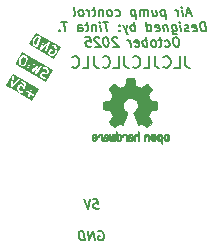
<source format=gbr>
%TF.GenerationSoftware,KiCad,Pcbnew,9.0.1*%
%TF.CreationDate,2025-11-06T23:09:58+01:00*%
%TF.ProjectId,Air_pump_controler,4169725f-7075-46d7-905f-636f6e74726f,0.2*%
%TF.SameCoordinates,Original*%
%TF.FileFunction,Legend,Bot*%
%TF.FilePolarity,Positive*%
%FSLAX46Y46*%
G04 Gerber Fmt 4.6, Leading zero omitted, Abs format (unit mm)*
G04 Created by KiCad (PCBNEW 9.0.1) date 2025-11-06 23:09:58*
%MOMM*%
%LPD*%
G01*
G04 APERTURE LIST*
%ADD10C,0.150000*%
%ADD11C,0.160000*%
%ADD12C,0.200000*%
%ADD13C,0.010000*%
G04 APERTURE END LIST*
D10*
G36*
X149659835Y-81980437D02*
G01*
X149756482Y-82036237D01*
X149501847Y-82639778D01*
X149420607Y-82592874D01*
X149355095Y-82520764D01*
X149327356Y-82437217D01*
X149324853Y-82365712D01*
X149348873Y-82221307D01*
X149386568Y-82131961D01*
X149468263Y-82024037D01*
X149513743Y-81986622D01*
X149577874Y-81964771D01*
X149659835Y-81980437D01*
G37*
G36*
X151576141Y-82810971D02*
G01*
X151012251Y-83787656D01*
X150126440Y-83276233D01*
X150516084Y-83276233D01*
X150516862Y-83279674D01*
X150516853Y-83281091D01*
X150517595Y-83282918D01*
X150519327Y-83290573D01*
X150537395Y-83344993D01*
X150543373Y-83358426D01*
X150543977Y-83359124D01*
X150544290Y-83359995D01*
X150553062Y-83371794D01*
X150637112Y-83464309D01*
X150641980Y-83468710D01*
X150643172Y-83470264D01*
X150645707Y-83472081D01*
X150648018Y-83474170D01*
X150649786Y-83475003D01*
X150655123Y-83478828D01*
X150721107Y-83516924D01*
X150728809Y-83520414D01*
X150730425Y-83521476D01*
X150732513Y-83522092D01*
X150734499Y-83522992D01*
X150736417Y-83523244D01*
X150744527Y-83525638D01*
X150858425Y-83547408D01*
X150873067Y-83548740D01*
X150877676Y-83547787D01*
X150882377Y-83548090D01*
X150896692Y-83544735D01*
X150992522Y-83512086D01*
X151002304Y-83507640D01*
X151003770Y-83507194D01*
X151004788Y-83506511D01*
X151005908Y-83506003D01*
X151007062Y-83504988D01*
X151015985Y-83499011D01*
X151078824Y-83447313D01*
X151080225Y-83445907D01*
X151080993Y-83445458D01*
X151085023Y-83441098D01*
X151089207Y-83436904D01*
X151089624Y-83436120D01*
X151090973Y-83434662D01*
X151183659Y-83312219D01*
X151185107Y-83309855D01*
X151185946Y-83309028D01*
X151188520Y-83304286D01*
X151191342Y-83299683D01*
X151191639Y-83298542D01*
X151192962Y-83296107D01*
X151237733Y-83189990D01*
X151238321Y-83188094D01*
X151238792Y-83187340D01*
X151240330Y-83181623D01*
X151242093Y-83175949D01*
X151242098Y-83175056D01*
X151242614Y-83173143D01*
X151269318Y-83012605D01*
X151269329Y-83012432D01*
X151269361Y-83012348D01*
X151269820Y-83005086D01*
X151270298Y-82997935D01*
X151270278Y-82997848D01*
X151270289Y-82997675D01*
X151267145Y-82907883D01*
X151266486Y-82902966D01*
X151266613Y-82901215D01*
X151265727Y-82897298D01*
X151265193Y-82893310D01*
X151264463Y-82891709D01*
X151263370Y-82886875D01*
X151227234Y-82778035D01*
X151221256Y-82764602D01*
X151220651Y-82763903D01*
X151220339Y-82763033D01*
X151211567Y-82751234D01*
X151127517Y-82658719D01*
X151122648Y-82654316D01*
X151121456Y-82652763D01*
X151118919Y-82650945D01*
X151116611Y-82648858D01*
X151114843Y-82648024D01*
X151109505Y-82644199D01*
X151010530Y-82587056D01*
X150997138Y-82580988D01*
X150993482Y-82580506D01*
X150990127Y-82578983D01*
X150975552Y-82577050D01*
X150894646Y-82574328D01*
X150879974Y-82575277D01*
X150852576Y-82585560D01*
X150831200Y-82605545D01*
X150819099Y-82632189D01*
X150818115Y-82661436D01*
X150828398Y-82688834D01*
X150848383Y-82710210D01*
X150875027Y-82722311D01*
X150889602Y-82724244D01*
X150951768Y-82726335D01*
X151024366Y-82768249D01*
X151089875Y-82840356D01*
X151117614Y-82923905D01*
X151120117Y-82995410D01*
X151096097Y-83139815D01*
X151058402Y-83229161D01*
X150976704Y-83337087D01*
X150931226Y-83374502D01*
X150867096Y-83396351D01*
X150785136Y-83380685D01*
X150740261Y-83354776D01*
X150674753Y-83282669D01*
X150670577Y-83270093D01*
X150731048Y-83126765D01*
X150789437Y-83160477D01*
X150802829Y-83166545D01*
X150831843Y-83170365D01*
X150860108Y-83162791D01*
X150883325Y-83144977D01*
X150897957Y-83119633D01*
X150901777Y-83090620D01*
X150894203Y-83062354D01*
X150876389Y-83039138D01*
X150864438Y-83030574D01*
X150732472Y-82954382D01*
X150719080Y-82948314D01*
X150714418Y-82947700D01*
X150710085Y-82945872D01*
X150700029Y-82945806D01*
X150690067Y-82944495D01*
X150685525Y-82945711D01*
X150680822Y-82945681D01*
X150671509Y-82949466D01*
X150661801Y-82952068D01*
X150658070Y-82954930D01*
X150653713Y-82956702D01*
X150646557Y-82963764D01*
X150638584Y-82969883D01*
X150636232Y-82973955D01*
X150632886Y-82977259D01*
X150625870Y-82990180D01*
X150521404Y-83237787D01*
X150519075Y-83245284D01*
X150518193Y-83247045D01*
X150518091Y-83248456D01*
X150517044Y-83251828D01*
X150516964Y-83264050D01*
X150516084Y-83276233D01*
X150126440Y-83276233D01*
X149545029Y-82940555D01*
X149792893Y-82940555D01*
X149794222Y-82946116D01*
X149794185Y-82951836D01*
X149797592Y-82960218D01*
X149799696Y-82969017D01*
X149803052Y-82973645D01*
X149805206Y-82978944D01*
X149811562Y-82985384D01*
X149816873Y-82992709D01*
X149821745Y-82995701D01*
X149825763Y-82999772D01*
X149834101Y-83003290D01*
X149841809Y-83008024D01*
X149847453Y-83008923D01*
X149852725Y-83011148D01*
X149861775Y-83011207D01*
X149870707Y-83012631D01*
X149876268Y-83011301D01*
X149881988Y-83011339D01*
X149890370Y-83007931D01*
X149899169Y-83005828D01*
X149907440Y-83000991D01*
X149909096Y-83000318D01*
X149909829Y-82999593D01*
X149911861Y-82998406D01*
X150403551Y-82641923D01*
X150194633Y-83137103D01*
X150190273Y-83151144D01*
X150190082Y-83180407D01*
X150201103Y-83207515D01*
X150221660Y-83228343D01*
X150248622Y-83239719D01*
X150277885Y-83239910D01*
X150304993Y-83228889D01*
X150325821Y-83208332D01*
X150332837Y-83195411D01*
X150646235Y-82452591D01*
X150646933Y-82450340D01*
X150647471Y-82449466D01*
X150647751Y-82447707D01*
X150650595Y-82438549D01*
X150650654Y-82429499D01*
X150652078Y-82420568D01*
X150650748Y-82415006D01*
X150650786Y-82409286D01*
X150647377Y-82400902D01*
X150645275Y-82392106D01*
X150641919Y-82387478D01*
X150639765Y-82382178D01*
X150633406Y-82375736D01*
X150628098Y-82368414D01*
X150623225Y-82365421D01*
X150619208Y-82361351D01*
X150610869Y-82357832D01*
X150603162Y-82353099D01*
X150597517Y-82352199D01*
X150592246Y-82349975D01*
X150583195Y-82349915D01*
X150574264Y-82348492D01*
X150568702Y-82349821D01*
X150562983Y-82349784D01*
X150554600Y-82353191D01*
X150545802Y-82355295D01*
X150537530Y-82360131D01*
X150535875Y-82360805D01*
X150535141Y-82361529D01*
X150533110Y-82362717D01*
X150041420Y-82719198D01*
X150250338Y-82224020D01*
X150254698Y-82209978D01*
X150254889Y-82180715D01*
X150243868Y-82153607D01*
X150223311Y-82132780D01*
X150196349Y-82121404D01*
X150167086Y-82121213D01*
X150139978Y-82132234D01*
X150119150Y-82152790D01*
X150112135Y-82165712D01*
X149798736Y-82908532D01*
X149798037Y-82910782D01*
X149797500Y-82911657D01*
X149797219Y-82913415D01*
X149794376Y-82922573D01*
X149794316Y-82931623D01*
X149792893Y-82940555D01*
X149545029Y-82940555D01*
X148868831Y-82550152D01*
X148976775Y-82363188D01*
X149174673Y-82363188D01*
X149174692Y-82363274D01*
X149174682Y-82363448D01*
X149177826Y-82453240D01*
X149178484Y-82458156D01*
X149178358Y-82459908D01*
X149179243Y-82463824D01*
X149179778Y-82467813D01*
X149180507Y-82469413D01*
X149181601Y-82474248D01*
X149217737Y-82583088D01*
X149223715Y-82596521D01*
X149224319Y-82597219D01*
X149224632Y-82598090D01*
X149233404Y-82609889D01*
X149317455Y-82702404D01*
X149322323Y-82706806D01*
X149323516Y-82708360D01*
X149326052Y-82710177D01*
X149328361Y-82712265D01*
X149330128Y-82713098D01*
X149335467Y-82716924D01*
X149500424Y-82812162D01*
X149513816Y-82818230D01*
X149518477Y-82818843D01*
X149522811Y-82820672D01*
X149532867Y-82820737D01*
X149542830Y-82822049D01*
X149547371Y-82820832D01*
X149552074Y-82820863D01*
X149561384Y-82817077D01*
X149571095Y-82814476D01*
X149574826Y-82811612D01*
X149579182Y-82809842D01*
X149586335Y-82802781D01*
X149594312Y-82796661D01*
X149596663Y-82792587D01*
X149600010Y-82789285D01*
X149607026Y-82776364D01*
X149920423Y-82033544D01*
X149921582Y-82029810D01*
X149922340Y-82028498D01*
X149922597Y-82026540D01*
X149924783Y-82019503D01*
X149924848Y-82009444D01*
X149926160Y-81999485D01*
X149924943Y-81994944D01*
X149924974Y-81990240D01*
X149921186Y-81980924D01*
X149918586Y-81971219D01*
X149915724Y-81967489D01*
X149913953Y-81963132D01*
X149906891Y-81955976D01*
X149900772Y-81948002D01*
X149894786Y-81943712D01*
X149893396Y-81942304D01*
X149891996Y-81941713D01*
X149888821Y-81939438D01*
X149723864Y-81844199D01*
X149716161Y-81840708D01*
X149714546Y-81839647D01*
X149712457Y-81839030D01*
X149710472Y-81838131D01*
X149708553Y-81837878D01*
X149700444Y-81835485D01*
X149586546Y-81813715D01*
X149571904Y-81812383D01*
X149567290Y-81813336D01*
X149562593Y-81813034D01*
X149548278Y-81816388D01*
X149452448Y-81849038D01*
X149442669Y-81853481D01*
X149441202Y-81853929D01*
X149440181Y-81854612D01*
X149439063Y-81855121D01*
X149437909Y-81856135D01*
X149428987Y-81862113D01*
X149366148Y-81913809D01*
X149364747Y-81915213D01*
X149363978Y-81915664D01*
X149359947Y-81920024D01*
X149355764Y-81924218D01*
X149355345Y-81925003D01*
X149353998Y-81926461D01*
X149261312Y-82048903D01*
X149259862Y-82051268D01*
X149259025Y-82052095D01*
X149256450Y-82056836D01*
X149253630Y-82061439D01*
X149253332Y-82062578D01*
X149252009Y-82065016D01*
X149207238Y-82171133D01*
X149206649Y-82173028D01*
X149206179Y-82173783D01*
X149204640Y-82179499D01*
X149202878Y-82185174D01*
X149202872Y-82186066D01*
X149202357Y-82187980D01*
X149175653Y-82348517D01*
X149175641Y-82348691D01*
X149175610Y-82348775D01*
X149175151Y-82356026D01*
X149174673Y-82363188D01*
X148976775Y-82363188D01*
X149432721Y-81573467D01*
X151576141Y-82810971D01*
G37*
D11*
X162597620Y-79939293D02*
X162216668Y-79939293D01*
X162702382Y-80167865D02*
X162335715Y-79367865D01*
X162335715Y-79367865D02*
X162169049Y-80167865D01*
X161902382Y-80167865D02*
X161835716Y-79634531D01*
X161802382Y-79367865D02*
X161845239Y-79405960D01*
X161845239Y-79405960D02*
X161811906Y-79444055D01*
X161811906Y-79444055D02*
X161769049Y-79405960D01*
X161769049Y-79405960D02*
X161802382Y-79367865D01*
X161802382Y-79367865D02*
X161811906Y-79444055D01*
X161521430Y-80167865D02*
X161454764Y-79634531D01*
X161473811Y-79786912D02*
X161426192Y-79710722D01*
X161426192Y-79710722D02*
X161383335Y-79672627D01*
X161383335Y-79672627D02*
X161302383Y-79634531D01*
X161302383Y-79634531D02*
X161226192Y-79634531D01*
X160350002Y-79634531D02*
X160450002Y-80434531D01*
X160354763Y-79672627D02*
X160273811Y-79634531D01*
X160273811Y-79634531D02*
X160121430Y-79634531D01*
X160121430Y-79634531D02*
X160050002Y-79672627D01*
X160050002Y-79672627D02*
X160016668Y-79710722D01*
X160016668Y-79710722D02*
X159988097Y-79786912D01*
X159988097Y-79786912D02*
X160016668Y-80015484D01*
X160016668Y-80015484D02*
X160064287Y-80091674D01*
X160064287Y-80091674D02*
X160107144Y-80129770D01*
X160107144Y-80129770D02*
X160188097Y-80167865D01*
X160188097Y-80167865D02*
X160340478Y-80167865D01*
X160340478Y-80167865D02*
X160411906Y-80129770D01*
X159283334Y-79634531D02*
X159350001Y-80167865D01*
X159626192Y-79634531D02*
X159678573Y-80053579D01*
X159678573Y-80053579D02*
X159650001Y-80129770D01*
X159650001Y-80129770D02*
X159578573Y-80167865D01*
X159578573Y-80167865D02*
X159464287Y-80167865D01*
X159464287Y-80167865D02*
X159383334Y-80129770D01*
X159383334Y-80129770D02*
X159340477Y-80091674D01*
X158969048Y-80167865D02*
X158902382Y-79634531D01*
X158911905Y-79710722D02*
X158869048Y-79672627D01*
X158869048Y-79672627D02*
X158788096Y-79634531D01*
X158788096Y-79634531D02*
X158673810Y-79634531D01*
X158673810Y-79634531D02*
X158602382Y-79672627D01*
X158602382Y-79672627D02*
X158573810Y-79748817D01*
X158573810Y-79748817D02*
X158626191Y-80167865D01*
X158573810Y-79748817D02*
X158526191Y-79672627D01*
X158526191Y-79672627D02*
X158445239Y-79634531D01*
X158445239Y-79634531D02*
X158330953Y-79634531D01*
X158330953Y-79634531D02*
X158259524Y-79672627D01*
X158259524Y-79672627D02*
X158230953Y-79748817D01*
X158230953Y-79748817D02*
X158283334Y-80167865D01*
X157835715Y-79634531D02*
X157935715Y-80434531D01*
X157840476Y-79672627D02*
X157759524Y-79634531D01*
X157759524Y-79634531D02*
X157607143Y-79634531D01*
X157607143Y-79634531D02*
X157535715Y-79672627D01*
X157535715Y-79672627D02*
X157502381Y-79710722D01*
X157502381Y-79710722D02*
X157473810Y-79786912D01*
X157473810Y-79786912D02*
X157502381Y-80015484D01*
X157502381Y-80015484D02*
X157550000Y-80091674D01*
X157550000Y-80091674D02*
X157592857Y-80129770D01*
X157592857Y-80129770D02*
X157673810Y-80167865D01*
X157673810Y-80167865D02*
X157826191Y-80167865D01*
X157826191Y-80167865D02*
X157897619Y-80129770D01*
X156221428Y-80129770D02*
X156302381Y-80167865D01*
X156302381Y-80167865D02*
X156454762Y-80167865D01*
X156454762Y-80167865D02*
X156526190Y-80129770D01*
X156526190Y-80129770D02*
X156559523Y-80091674D01*
X156559523Y-80091674D02*
X156588095Y-80015484D01*
X156588095Y-80015484D02*
X156559523Y-79786912D01*
X156559523Y-79786912D02*
X156511904Y-79710722D01*
X156511904Y-79710722D02*
X156469047Y-79672627D01*
X156469047Y-79672627D02*
X156388095Y-79634531D01*
X156388095Y-79634531D02*
X156235714Y-79634531D01*
X156235714Y-79634531D02*
X156164285Y-79672627D01*
X155769048Y-80167865D02*
X155840476Y-80129770D01*
X155840476Y-80129770D02*
X155873809Y-80091674D01*
X155873809Y-80091674D02*
X155902381Y-80015484D01*
X155902381Y-80015484D02*
X155873809Y-79786912D01*
X155873809Y-79786912D02*
X155826190Y-79710722D01*
X155826190Y-79710722D02*
X155783333Y-79672627D01*
X155783333Y-79672627D02*
X155702381Y-79634531D01*
X155702381Y-79634531D02*
X155588095Y-79634531D01*
X155588095Y-79634531D02*
X155516667Y-79672627D01*
X155516667Y-79672627D02*
X155483333Y-79710722D01*
X155483333Y-79710722D02*
X155454762Y-79786912D01*
X155454762Y-79786912D02*
X155483333Y-80015484D01*
X155483333Y-80015484D02*
X155530952Y-80091674D01*
X155530952Y-80091674D02*
X155573809Y-80129770D01*
X155573809Y-80129770D02*
X155654762Y-80167865D01*
X155654762Y-80167865D02*
X155769048Y-80167865D01*
X155092857Y-79634531D02*
X155159523Y-80167865D01*
X155102380Y-79710722D02*
X155059523Y-79672627D01*
X155059523Y-79672627D02*
X154978571Y-79634531D01*
X154978571Y-79634531D02*
X154864285Y-79634531D01*
X154864285Y-79634531D02*
X154792857Y-79672627D01*
X154792857Y-79672627D02*
X154764285Y-79748817D01*
X154764285Y-79748817D02*
X154816666Y-80167865D01*
X154483332Y-79634531D02*
X154178570Y-79634531D01*
X154335713Y-79367865D02*
X154421428Y-80053579D01*
X154421428Y-80053579D02*
X154392856Y-80129770D01*
X154392856Y-80129770D02*
X154321428Y-80167865D01*
X154321428Y-80167865D02*
X154245237Y-80167865D01*
X153978570Y-80167865D02*
X153911904Y-79634531D01*
X153930951Y-79786912D02*
X153883332Y-79710722D01*
X153883332Y-79710722D02*
X153840475Y-79672627D01*
X153840475Y-79672627D02*
X153759523Y-79634531D01*
X153759523Y-79634531D02*
X153683332Y-79634531D01*
X153369047Y-80167865D02*
X153440475Y-80129770D01*
X153440475Y-80129770D02*
X153473808Y-80091674D01*
X153473808Y-80091674D02*
X153502380Y-80015484D01*
X153502380Y-80015484D02*
X153473808Y-79786912D01*
X153473808Y-79786912D02*
X153426189Y-79710722D01*
X153426189Y-79710722D02*
X153383332Y-79672627D01*
X153383332Y-79672627D02*
X153302380Y-79634531D01*
X153302380Y-79634531D02*
X153188094Y-79634531D01*
X153188094Y-79634531D02*
X153116666Y-79672627D01*
X153116666Y-79672627D02*
X153083332Y-79710722D01*
X153083332Y-79710722D02*
X153054761Y-79786912D01*
X153054761Y-79786912D02*
X153083332Y-80015484D01*
X153083332Y-80015484D02*
X153130951Y-80091674D01*
X153130951Y-80091674D02*
X153173808Y-80129770D01*
X153173808Y-80129770D02*
X153254761Y-80167865D01*
X153254761Y-80167865D02*
X153369047Y-80167865D01*
X152645237Y-80167865D02*
X152716665Y-80129770D01*
X152716665Y-80129770D02*
X152745237Y-80053579D01*
X152745237Y-80053579D02*
X152659522Y-79367865D01*
X163864286Y-81455820D02*
X163764286Y-80655820D01*
X163764286Y-80655820D02*
X163573810Y-80655820D01*
X163573810Y-80655820D02*
X163464286Y-80693915D01*
X163464286Y-80693915D02*
X163397620Y-80770105D01*
X163397620Y-80770105D02*
X163369048Y-80846296D01*
X163369048Y-80846296D02*
X163350001Y-80998677D01*
X163350001Y-80998677D02*
X163364286Y-81112963D01*
X163364286Y-81112963D02*
X163421429Y-81265344D01*
X163421429Y-81265344D02*
X163469048Y-81341534D01*
X163469048Y-81341534D02*
X163554762Y-81417725D01*
X163554762Y-81417725D02*
X163673810Y-81455820D01*
X163673810Y-81455820D02*
X163864286Y-81455820D01*
X162754762Y-81417725D02*
X162835715Y-81455820D01*
X162835715Y-81455820D02*
X162988096Y-81455820D01*
X162988096Y-81455820D02*
X163059524Y-81417725D01*
X163059524Y-81417725D02*
X163088096Y-81341534D01*
X163088096Y-81341534D02*
X163050001Y-81036772D01*
X163050001Y-81036772D02*
X163002381Y-80960582D01*
X163002381Y-80960582D02*
X162921429Y-80922486D01*
X162921429Y-80922486D02*
X162769048Y-80922486D01*
X162769048Y-80922486D02*
X162697620Y-80960582D01*
X162697620Y-80960582D02*
X162669048Y-81036772D01*
X162669048Y-81036772D02*
X162678572Y-81112963D01*
X162678572Y-81112963D02*
X163069048Y-81189153D01*
X162411906Y-81417725D02*
X162340477Y-81455820D01*
X162340477Y-81455820D02*
X162188096Y-81455820D01*
X162188096Y-81455820D02*
X162107144Y-81417725D01*
X162107144Y-81417725D02*
X162059525Y-81341534D01*
X162059525Y-81341534D02*
X162054763Y-81303439D01*
X162054763Y-81303439D02*
X162083334Y-81227248D01*
X162083334Y-81227248D02*
X162154763Y-81189153D01*
X162154763Y-81189153D02*
X162269048Y-81189153D01*
X162269048Y-81189153D02*
X162340477Y-81151058D01*
X162340477Y-81151058D02*
X162369048Y-81074867D01*
X162369048Y-81074867D02*
X162364287Y-81036772D01*
X162364287Y-81036772D02*
X162316667Y-80960582D01*
X162316667Y-80960582D02*
X162235715Y-80922486D01*
X162235715Y-80922486D02*
X162121429Y-80922486D01*
X162121429Y-80922486D02*
X162050001Y-80960582D01*
X161730953Y-81455820D02*
X161664287Y-80922486D01*
X161630953Y-80655820D02*
X161673810Y-80693915D01*
X161673810Y-80693915D02*
X161640477Y-80732010D01*
X161640477Y-80732010D02*
X161597620Y-80693915D01*
X161597620Y-80693915D02*
X161630953Y-80655820D01*
X161630953Y-80655820D02*
X161640477Y-80732010D01*
X160940477Y-80922486D02*
X161021430Y-81570105D01*
X161021430Y-81570105D02*
X161069049Y-81646296D01*
X161069049Y-81646296D02*
X161111906Y-81684391D01*
X161111906Y-81684391D02*
X161192858Y-81722486D01*
X161192858Y-81722486D02*
X161307144Y-81722486D01*
X161307144Y-81722486D02*
X161378573Y-81684391D01*
X161002382Y-81417725D02*
X161083335Y-81455820D01*
X161083335Y-81455820D02*
X161235716Y-81455820D01*
X161235716Y-81455820D02*
X161307144Y-81417725D01*
X161307144Y-81417725D02*
X161340477Y-81379629D01*
X161340477Y-81379629D02*
X161369049Y-81303439D01*
X161369049Y-81303439D02*
X161340477Y-81074867D01*
X161340477Y-81074867D02*
X161292858Y-80998677D01*
X161292858Y-80998677D02*
X161250001Y-80960582D01*
X161250001Y-80960582D02*
X161169049Y-80922486D01*
X161169049Y-80922486D02*
X161016668Y-80922486D01*
X161016668Y-80922486D02*
X160945239Y-80960582D01*
X160559525Y-80922486D02*
X160626191Y-81455820D01*
X160569048Y-80998677D02*
X160526191Y-80960582D01*
X160526191Y-80960582D02*
X160445239Y-80922486D01*
X160445239Y-80922486D02*
X160330953Y-80922486D01*
X160330953Y-80922486D02*
X160259525Y-80960582D01*
X160259525Y-80960582D02*
X160230953Y-81036772D01*
X160230953Y-81036772D02*
X160283334Y-81455820D01*
X159592857Y-81417725D02*
X159673810Y-81455820D01*
X159673810Y-81455820D02*
X159826191Y-81455820D01*
X159826191Y-81455820D02*
X159897619Y-81417725D01*
X159897619Y-81417725D02*
X159926191Y-81341534D01*
X159926191Y-81341534D02*
X159888096Y-81036772D01*
X159888096Y-81036772D02*
X159840476Y-80960582D01*
X159840476Y-80960582D02*
X159759524Y-80922486D01*
X159759524Y-80922486D02*
X159607143Y-80922486D01*
X159607143Y-80922486D02*
X159535715Y-80960582D01*
X159535715Y-80960582D02*
X159507143Y-81036772D01*
X159507143Y-81036772D02*
X159516667Y-81112963D01*
X159516667Y-81112963D02*
X159907143Y-81189153D01*
X158873810Y-81455820D02*
X158773810Y-80655820D01*
X158869048Y-81417725D02*
X158950001Y-81455820D01*
X158950001Y-81455820D02*
X159102382Y-81455820D01*
X159102382Y-81455820D02*
X159173810Y-81417725D01*
X159173810Y-81417725D02*
X159207143Y-81379629D01*
X159207143Y-81379629D02*
X159235715Y-81303439D01*
X159235715Y-81303439D02*
X159207143Y-81074867D01*
X159207143Y-81074867D02*
X159159524Y-80998677D01*
X159159524Y-80998677D02*
X159116667Y-80960582D01*
X159116667Y-80960582D02*
X159035715Y-80922486D01*
X159035715Y-80922486D02*
X158883334Y-80922486D01*
X158883334Y-80922486D02*
X158811905Y-80960582D01*
X157883333Y-81455820D02*
X157783333Y-80655820D01*
X157821428Y-80960582D02*
X157740476Y-80922486D01*
X157740476Y-80922486D02*
X157588095Y-80922486D01*
X157588095Y-80922486D02*
X157516667Y-80960582D01*
X157516667Y-80960582D02*
X157483333Y-80998677D01*
X157483333Y-80998677D02*
X157454762Y-81074867D01*
X157454762Y-81074867D02*
X157483333Y-81303439D01*
X157483333Y-81303439D02*
X157530952Y-81379629D01*
X157530952Y-81379629D02*
X157573809Y-81417725D01*
X157573809Y-81417725D02*
X157654762Y-81455820D01*
X157654762Y-81455820D02*
X157807143Y-81455820D01*
X157807143Y-81455820D02*
X157878571Y-81417725D01*
X157169047Y-80922486D02*
X157045238Y-81455820D01*
X156788095Y-80922486D02*
X157045238Y-81455820D01*
X157045238Y-81455820D02*
X157145238Y-81646296D01*
X157145238Y-81646296D02*
X157188095Y-81684391D01*
X157188095Y-81684391D02*
X157269047Y-81722486D01*
X156540475Y-81379629D02*
X156507142Y-81417725D01*
X156507142Y-81417725D02*
X156549999Y-81455820D01*
X156549999Y-81455820D02*
X156583333Y-81417725D01*
X156583333Y-81417725D02*
X156540475Y-81379629D01*
X156540475Y-81379629D02*
X156549999Y-81455820D01*
X156488094Y-80960582D02*
X156454761Y-80998677D01*
X156454761Y-80998677D02*
X156497618Y-81036772D01*
X156497618Y-81036772D02*
X156530952Y-80998677D01*
X156530952Y-80998677D02*
X156488094Y-80960582D01*
X156488094Y-80960582D02*
X156497618Y-81036772D01*
X155573809Y-80655820D02*
X155116666Y-80655820D01*
X155445238Y-81455820D02*
X155345238Y-80655820D01*
X154949999Y-81455820D02*
X154883333Y-80922486D01*
X154849999Y-80655820D02*
X154892856Y-80693915D01*
X154892856Y-80693915D02*
X154859523Y-80732010D01*
X154859523Y-80732010D02*
X154816666Y-80693915D01*
X154816666Y-80693915D02*
X154849999Y-80655820D01*
X154849999Y-80655820D02*
X154859523Y-80732010D01*
X154502381Y-80922486D02*
X154569047Y-81455820D01*
X154511904Y-80998677D02*
X154469047Y-80960582D01*
X154469047Y-80960582D02*
X154388095Y-80922486D01*
X154388095Y-80922486D02*
X154273809Y-80922486D01*
X154273809Y-80922486D02*
X154202381Y-80960582D01*
X154202381Y-80960582D02*
X154173809Y-81036772D01*
X154173809Y-81036772D02*
X154226190Y-81455820D01*
X153892856Y-80922486D02*
X153588094Y-80922486D01*
X153745237Y-80655820D02*
X153830952Y-81341534D01*
X153830952Y-81341534D02*
X153802380Y-81417725D01*
X153802380Y-81417725D02*
X153730952Y-81455820D01*
X153730952Y-81455820D02*
X153654761Y-81455820D01*
X153045237Y-81455820D02*
X152992856Y-81036772D01*
X152992856Y-81036772D02*
X153021428Y-80960582D01*
X153021428Y-80960582D02*
X153092856Y-80922486D01*
X153092856Y-80922486D02*
X153245237Y-80922486D01*
X153245237Y-80922486D02*
X153326189Y-80960582D01*
X153040475Y-81417725D02*
X153121428Y-81455820D01*
X153121428Y-81455820D02*
X153311904Y-81455820D01*
X153311904Y-81455820D02*
X153383332Y-81417725D01*
X153383332Y-81417725D02*
X153411904Y-81341534D01*
X153411904Y-81341534D02*
X153402380Y-81265344D01*
X153402380Y-81265344D02*
X153354761Y-81189153D01*
X153354761Y-81189153D02*
X153273809Y-81151058D01*
X153273809Y-81151058D02*
X153083332Y-81151058D01*
X153083332Y-81151058D02*
X153002380Y-81112963D01*
X152069046Y-80655820D02*
X151611903Y-80655820D01*
X151940475Y-81455820D02*
X151840475Y-80655820D01*
X151435712Y-81379629D02*
X151402379Y-81417725D01*
X151402379Y-81417725D02*
X151445236Y-81455820D01*
X151445236Y-81455820D02*
X151478570Y-81417725D01*
X151478570Y-81417725D02*
X151435712Y-81379629D01*
X151435712Y-81379629D02*
X151445236Y-81455820D01*
X161345238Y-81943775D02*
X161192857Y-81943775D01*
X161192857Y-81943775D02*
X161121429Y-81981870D01*
X161121429Y-81981870D02*
X161054762Y-82058060D01*
X161054762Y-82058060D02*
X161035714Y-82210441D01*
X161035714Y-82210441D02*
X161069048Y-82477108D01*
X161069048Y-82477108D02*
X161126191Y-82629489D01*
X161126191Y-82629489D02*
X161211905Y-82705680D01*
X161211905Y-82705680D02*
X161292857Y-82743775D01*
X161292857Y-82743775D02*
X161445238Y-82743775D01*
X161445238Y-82743775D02*
X161516667Y-82705680D01*
X161516667Y-82705680D02*
X161583334Y-82629489D01*
X161583334Y-82629489D02*
X161602381Y-82477108D01*
X161602381Y-82477108D02*
X161569048Y-82210441D01*
X161569048Y-82210441D02*
X161511905Y-82058060D01*
X161511905Y-82058060D02*
X161426191Y-81981870D01*
X161426191Y-81981870D02*
X161345238Y-81943775D01*
X160411905Y-82705680D02*
X160492858Y-82743775D01*
X160492858Y-82743775D02*
X160645239Y-82743775D01*
X160645239Y-82743775D02*
X160716667Y-82705680D01*
X160716667Y-82705680D02*
X160750000Y-82667584D01*
X160750000Y-82667584D02*
X160778572Y-82591394D01*
X160778572Y-82591394D02*
X160750000Y-82362822D01*
X160750000Y-82362822D02*
X160702381Y-82286632D01*
X160702381Y-82286632D02*
X160659524Y-82248537D01*
X160659524Y-82248537D02*
X160578572Y-82210441D01*
X160578572Y-82210441D02*
X160426191Y-82210441D01*
X160426191Y-82210441D02*
X160354762Y-82248537D01*
X160121429Y-82210441D02*
X159816667Y-82210441D01*
X159973810Y-81943775D02*
X160059525Y-82629489D01*
X160059525Y-82629489D02*
X160030953Y-82705680D01*
X160030953Y-82705680D02*
X159959525Y-82743775D01*
X159959525Y-82743775D02*
X159883334Y-82743775D01*
X159502382Y-82743775D02*
X159573810Y-82705680D01*
X159573810Y-82705680D02*
X159607143Y-82667584D01*
X159607143Y-82667584D02*
X159635715Y-82591394D01*
X159635715Y-82591394D02*
X159607143Y-82362822D01*
X159607143Y-82362822D02*
X159559524Y-82286632D01*
X159559524Y-82286632D02*
X159516667Y-82248537D01*
X159516667Y-82248537D02*
X159435715Y-82210441D01*
X159435715Y-82210441D02*
X159321429Y-82210441D01*
X159321429Y-82210441D02*
X159250001Y-82248537D01*
X159250001Y-82248537D02*
X159216667Y-82286632D01*
X159216667Y-82286632D02*
X159188096Y-82362822D01*
X159188096Y-82362822D02*
X159216667Y-82591394D01*
X159216667Y-82591394D02*
X159264286Y-82667584D01*
X159264286Y-82667584D02*
X159307143Y-82705680D01*
X159307143Y-82705680D02*
X159388096Y-82743775D01*
X159388096Y-82743775D02*
X159502382Y-82743775D01*
X158892857Y-82743775D02*
X158792857Y-81943775D01*
X158830952Y-82248537D02*
X158750000Y-82210441D01*
X158750000Y-82210441D02*
X158597619Y-82210441D01*
X158597619Y-82210441D02*
X158526191Y-82248537D01*
X158526191Y-82248537D02*
X158492857Y-82286632D01*
X158492857Y-82286632D02*
X158464286Y-82362822D01*
X158464286Y-82362822D02*
X158492857Y-82591394D01*
X158492857Y-82591394D02*
X158540476Y-82667584D01*
X158540476Y-82667584D02*
X158583333Y-82705680D01*
X158583333Y-82705680D02*
X158664286Y-82743775D01*
X158664286Y-82743775D02*
X158816667Y-82743775D01*
X158816667Y-82743775D02*
X158888095Y-82705680D01*
X157859523Y-82705680D02*
X157940476Y-82743775D01*
X157940476Y-82743775D02*
X158092857Y-82743775D01*
X158092857Y-82743775D02*
X158164285Y-82705680D01*
X158164285Y-82705680D02*
X158192857Y-82629489D01*
X158192857Y-82629489D02*
X158154762Y-82324727D01*
X158154762Y-82324727D02*
X158107142Y-82248537D01*
X158107142Y-82248537D02*
X158026190Y-82210441D01*
X158026190Y-82210441D02*
X157873809Y-82210441D01*
X157873809Y-82210441D02*
X157802381Y-82248537D01*
X157802381Y-82248537D02*
X157773809Y-82324727D01*
X157773809Y-82324727D02*
X157783333Y-82400918D01*
X157783333Y-82400918D02*
X158173809Y-82477108D01*
X157483333Y-82743775D02*
X157416667Y-82210441D01*
X157435714Y-82362822D02*
X157388095Y-82286632D01*
X157388095Y-82286632D02*
X157345238Y-82248537D01*
X157345238Y-82248537D02*
X157264286Y-82210441D01*
X157264286Y-82210441D02*
X157188095Y-82210441D01*
X156326190Y-82019965D02*
X156283333Y-81981870D01*
X156283333Y-81981870D02*
X156202381Y-81943775D01*
X156202381Y-81943775D02*
X156011905Y-81943775D01*
X156011905Y-81943775D02*
X155940476Y-81981870D01*
X155940476Y-81981870D02*
X155907143Y-82019965D01*
X155907143Y-82019965D02*
X155878571Y-82096156D01*
X155878571Y-82096156D02*
X155888095Y-82172346D01*
X155888095Y-82172346D02*
X155940476Y-82286632D01*
X155940476Y-82286632D02*
X156454762Y-82743775D01*
X156454762Y-82743775D02*
X155959524Y-82743775D01*
X155364285Y-81943775D02*
X155288095Y-81943775D01*
X155288095Y-81943775D02*
X155216666Y-81981870D01*
X155216666Y-81981870D02*
X155183333Y-82019965D01*
X155183333Y-82019965D02*
X155154761Y-82096156D01*
X155154761Y-82096156D02*
X155135714Y-82248537D01*
X155135714Y-82248537D02*
X155159523Y-82439013D01*
X155159523Y-82439013D02*
X155216666Y-82591394D01*
X155216666Y-82591394D02*
X155264285Y-82667584D01*
X155264285Y-82667584D02*
X155307142Y-82705680D01*
X155307142Y-82705680D02*
X155388095Y-82743775D01*
X155388095Y-82743775D02*
X155464285Y-82743775D01*
X155464285Y-82743775D02*
X155535714Y-82705680D01*
X155535714Y-82705680D02*
X155569047Y-82667584D01*
X155569047Y-82667584D02*
X155597619Y-82591394D01*
X155597619Y-82591394D02*
X155616666Y-82439013D01*
X155616666Y-82439013D02*
X155592857Y-82248537D01*
X155592857Y-82248537D02*
X155535714Y-82096156D01*
X155535714Y-82096156D02*
X155488095Y-82019965D01*
X155488095Y-82019965D02*
X155445238Y-81981870D01*
X155445238Y-81981870D02*
X155364285Y-81943775D01*
X154802380Y-82019965D02*
X154759523Y-81981870D01*
X154759523Y-81981870D02*
X154678571Y-81943775D01*
X154678571Y-81943775D02*
X154488095Y-81943775D01*
X154488095Y-81943775D02*
X154416666Y-81981870D01*
X154416666Y-81981870D02*
X154383333Y-82019965D01*
X154383333Y-82019965D02*
X154354761Y-82096156D01*
X154354761Y-82096156D02*
X154364285Y-82172346D01*
X154364285Y-82172346D02*
X154416666Y-82286632D01*
X154416666Y-82286632D02*
X154930952Y-82743775D01*
X154930952Y-82743775D02*
X154435714Y-82743775D01*
X153611904Y-81943775D02*
X153992856Y-81943775D01*
X153992856Y-81943775D02*
X154078571Y-82324727D01*
X154078571Y-82324727D02*
X154035713Y-82286632D01*
X154035713Y-82286632D02*
X153954761Y-82248537D01*
X153954761Y-82248537D02*
X153764285Y-82248537D01*
X153764285Y-82248537D02*
X153692856Y-82286632D01*
X153692856Y-82286632D02*
X153659523Y-82324727D01*
X153659523Y-82324727D02*
X153630951Y-82400918D01*
X153630951Y-82400918D02*
X153654761Y-82591394D01*
X153654761Y-82591394D02*
X153702380Y-82667584D01*
X153702380Y-82667584D02*
X153745237Y-82705680D01*
X153745237Y-82705680D02*
X153826190Y-82743775D01*
X153826190Y-82743775D02*
X154016666Y-82743775D01*
X154016666Y-82743775D02*
X154088094Y-82705680D01*
X154088094Y-82705680D02*
X154121428Y-82667584D01*
D12*
X162094612Y-83567219D02*
X162094612Y-84281504D01*
X162094612Y-84281504D02*
X162142231Y-84424361D01*
X162142231Y-84424361D02*
X162237469Y-84519600D01*
X162237469Y-84519600D02*
X162380326Y-84567219D01*
X162380326Y-84567219D02*
X162475564Y-84567219D01*
X161142231Y-84567219D02*
X161618421Y-84567219D01*
X161618421Y-84567219D02*
X161618421Y-83567219D01*
X160237469Y-84471980D02*
X160285088Y-84519600D01*
X160285088Y-84519600D02*
X160427945Y-84567219D01*
X160427945Y-84567219D02*
X160523183Y-84567219D01*
X160523183Y-84567219D02*
X160666040Y-84519600D01*
X160666040Y-84519600D02*
X160761278Y-84424361D01*
X160761278Y-84424361D02*
X160808897Y-84329123D01*
X160808897Y-84329123D02*
X160856516Y-84138647D01*
X160856516Y-84138647D02*
X160856516Y-83995790D01*
X160856516Y-83995790D02*
X160808897Y-83805314D01*
X160808897Y-83805314D02*
X160761278Y-83710076D01*
X160761278Y-83710076D02*
X160666040Y-83614838D01*
X160666040Y-83614838D02*
X160523183Y-83567219D01*
X160523183Y-83567219D02*
X160427945Y-83567219D01*
X160427945Y-83567219D02*
X160285088Y-83614838D01*
X160285088Y-83614838D02*
X160237469Y-83662457D01*
X159523183Y-83567219D02*
X159523183Y-84281504D01*
X159523183Y-84281504D02*
X159570802Y-84424361D01*
X159570802Y-84424361D02*
X159666040Y-84519600D01*
X159666040Y-84519600D02*
X159808897Y-84567219D01*
X159808897Y-84567219D02*
X159904135Y-84567219D01*
X158570802Y-84567219D02*
X159046992Y-84567219D01*
X159046992Y-84567219D02*
X159046992Y-83567219D01*
X157666040Y-84471980D02*
X157713659Y-84519600D01*
X157713659Y-84519600D02*
X157856516Y-84567219D01*
X157856516Y-84567219D02*
X157951754Y-84567219D01*
X157951754Y-84567219D02*
X158094611Y-84519600D01*
X158094611Y-84519600D02*
X158189849Y-84424361D01*
X158189849Y-84424361D02*
X158237468Y-84329123D01*
X158237468Y-84329123D02*
X158285087Y-84138647D01*
X158285087Y-84138647D02*
X158285087Y-83995790D01*
X158285087Y-83995790D02*
X158237468Y-83805314D01*
X158237468Y-83805314D02*
X158189849Y-83710076D01*
X158189849Y-83710076D02*
X158094611Y-83614838D01*
X158094611Y-83614838D02*
X157951754Y-83567219D01*
X157951754Y-83567219D02*
X157856516Y-83567219D01*
X157856516Y-83567219D02*
X157713659Y-83614838D01*
X157713659Y-83614838D02*
X157666040Y-83662457D01*
X156951754Y-83567219D02*
X156951754Y-84281504D01*
X156951754Y-84281504D02*
X156999373Y-84424361D01*
X156999373Y-84424361D02*
X157094611Y-84519600D01*
X157094611Y-84519600D02*
X157237468Y-84567219D01*
X157237468Y-84567219D02*
X157332706Y-84567219D01*
X155999373Y-84567219D02*
X156475563Y-84567219D01*
X156475563Y-84567219D02*
X156475563Y-83567219D01*
X155094611Y-84471980D02*
X155142230Y-84519600D01*
X155142230Y-84519600D02*
X155285087Y-84567219D01*
X155285087Y-84567219D02*
X155380325Y-84567219D01*
X155380325Y-84567219D02*
X155523182Y-84519600D01*
X155523182Y-84519600D02*
X155618420Y-84424361D01*
X155618420Y-84424361D02*
X155666039Y-84329123D01*
X155666039Y-84329123D02*
X155713658Y-84138647D01*
X155713658Y-84138647D02*
X155713658Y-83995790D01*
X155713658Y-83995790D02*
X155666039Y-83805314D01*
X155666039Y-83805314D02*
X155618420Y-83710076D01*
X155618420Y-83710076D02*
X155523182Y-83614838D01*
X155523182Y-83614838D02*
X155380325Y-83567219D01*
X155380325Y-83567219D02*
X155285087Y-83567219D01*
X155285087Y-83567219D02*
X155142230Y-83614838D01*
X155142230Y-83614838D02*
X155094611Y-83662457D01*
X154380325Y-83567219D02*
X154380325Y-84281504D01*
X154380325Y-84281504D02*
X154427944Y-84424361D01*
X154427944Y-84424361D02*
X154523182Y-84519600D01*
X154523182Y-84519600D02*
X154666039Y-84567219D01*
X154666039Y-84567219D02*
X154761277Y-84567219D01*
X153427944Y-84567219D02*
X153904134Y-84567219D01*
X153904134Y-84567219D02*
X153904134Y-83567219D01*
X152523182Y-84471980D02*
X152570801Y-84519600D01*
X152570801Y-84519600D02*
X152713658Y-84567219D01*
X152713658Y-84567219D02*
X152808896Y-84567219D01*
X152808896Y-84567219D02*
X152951753Y-84519600D01*
X152951753Y-84519600D02*
X153046991Y-84424361D01*
X153046991Y-84424361D02*
X153094610Y-84329123D01*
X153094610Y-84329123D02*
X153142229Y-84138647D01*
X153142229Y-84138647D02*
X153142229Y-83995790D01*
X153142229Y-83995790D02*
X153094610Y-83805314D01*
X153094610Y-83805314D02*
X153046991Y-83710076D01*
X153046991Y-83710076D02*
X152951753Y-83614838D01*
X152951753Y-83614838D02*
X152808896Y-83567219D01*
X152808896Y-83567219D02*
X152713658Y-83567219D01*
X152713658Y-83567219D02*
X152570801Y-83614838D01*
X152570801Y-83614838D02*
X152523182Y-83662457D01*
D10*
G36*
X148453222Y-83616812D02*
G01*
X148554429Y-83675244D01*
X148589741Y-83726052D01*
X148616614Y-83806994D01*
X148594406Y-83940502D01*
X148497017Y-84171335D01*
X148423855Y-84267984D01*
X148362764Y-84288798D01*
X148314313Y-84287167D01*
X148213104Y-84228735D01*
X148177793Y-84177926D01*
X148150920Y-84096987D01*
X148173128Y-83963480D01*
X148270518Y-83732644D01*
X148343679Y-83635995D01*
X148404771Y-83615181D01*
X148453222Y-83616812D01*
G37*
G36*
X150858679Y-84729758D02*
G01*
X150294790Y-85706442D01*
X149275350Y-85117868D01*
X149828391Y-85117868D01*
X149831535Y-85207660D01*
X149832192Y-85212571D01*
X149832066Y-85214326D01*
X149832953Y-85218251D01*
X149833487Y-85222233D01*
X149834215Y-85223830D01*
X149835309Y-85228667D01*
X149853376Y-85283087D01*
X149855424Y-85287690D01*
X149855802Y-85289421D01*
X149857738Y-85292889D01*
X149859354Y-85296520D01*
X149860512Y-85297859D01*
X149862969Y-85302259D01*
X149914029Y-85375727D01*
X149923563Y-85386920D01*
X149925073Y-85387889D01*
X149926165Y-85389312D01*
X149938116Y-85397876D01*
X150103073Y-85493114D01*
X150110776Y-85496604D01*
X150112391Y-85497666D01*
X150114479Y-85498282D01*
X150116465Y-85499182D01*
X150118382Y-85499434D01*
X150126492Y-85501828D01*
X150240390Y-85523599D01*
X150255032Y-85524931D01*
X150283690Y-85519007D01*
X150307899Y-85502568D01*
X150323975Y-85478115D01*
X150329469Y-85449372D01*
X150323545Y-85420714D01*
X150307106Y-85396505D01*
X150282653Y-85380429D01*
X150268552Y-85376267D01*
X150167100Y-85356875D01*
X150027634Y-85276354D01*
X149992323Y-85225545D01*
X149981065Y-85191636D01*
X149978877Y-85129154D01*
X149995111Y-85090678D01*
X150033138Y-85059393D01*
X150055141Y-85051896D01*
X150113392Y-85053857D01*
X150251662Y-85092280D01*
X150253777Y-85092649D01*
X150254644Y-85093043D01*
X150260413Y-85093808D01*
X150266145Y-85094809D01*
X150267089Y-85094693D01*
X150269219Y-85094976D01*
X150350126Y-85097699D01*
X150361050Y-85096993D01*
X150362522Y-85097088D01*
X150363641Y-85096825D01*
X150364799Y-85096751D01*
X150366191Y-85096228D01*
X150376837Y-85093734D01*
X150424752Y-85077409D01*
X150434530Y-85072965D01*
X150435998Y-85072518D01*
X150437018Y-85071834D01*
X150438137Y-85071326D01*
X150439289Y-85070312D01*
X150448213Y-85064335D01*
X150511052Y-85012638D01*
X150521436Y-85002229D01*
X150523049Y-84999202D01*
X150525489Y-84996794D01*
X150532505Y-84983873D01*
X150562352Y-84913128D01*
X150566712Y-84899087D01*
X150566722Y-84897504D01*
X150567276Y-84896023D01*
X150568204Y-84881350D01*
X150565060Y-84791558D01*
X150564401Y-84786641D01*
X150564528Y-84784890D01*
X150563642Y-84780973D01*
X150563108Y-84776985D01*
X150562378Y-84775384D01*
X150561285Y-84770550D01*
X150543217Y-84716130D01*
X150541169Y-84711529D01*
X150540792Y-84709797D01*
X150538853Y-84706324D01*
X150537239Y-84702697D01*
X150536080Y-84701357D01*
X150533625Y-84696960D01*
X150482566Y-84623492D01*
X150473033Y-84612299D01*
X150471521Y-84611328D01*
X150470430Y-84609906D01*
X150458479Y-84601342D01*
X150293522Y-84506104D01*
X150285819Y-84502613D01*
X150284204Y-84501552D01*
X150282115Y-84500935D01*
X150280130Y-84500036D01*
X150278211Y-84499783D01*
X150270102Y-84497390D01*
X150156204Y-84475620D01*
X150141562Y-84474288D01*
X150112904Y-84480212D01*
X150088695Y-84496652D01*
X150072620Y-84521104D01*
X150067126Y-84549848D01*
X150073050Y-84578506D01*
X150089490Y-84602715D01*
X150113942Y-84618790D01*
X150128044Y-84622952D01*
X150229494Y-84642342D01*
X150368960Y-84722863D01*
X150404271Y-84773672D01*
X150415529Y-84807580D01*
X150417717Y-84870063D01*
X150401483Y-84908541D01*
X150363456Y-84939825D01*
X150341453Y-84947321D01*
X150283202Y-84945360D01*
X150144933Y-84906938D01*
X150142817Y-84906568D01*
X150141951Y-84906175D01*
X150136181Y-84905409D01*
X150130450Y-84904409D01*
X150129505Y-84904524D01*
X150127376Y-84904242D01*
X150046469Y-84901519D01*
X150035552Y-84902224D01*
X150034073Y-84902129D01*
X150032948Y-84902392D01*
X150031797Y-84902467D01*
X150030410Y-84902987D01*
X150019759Y-84905484D01*
X149971843Y-84921809D01*
X149962064Y-84926252D01*
X149960597Y-84926700D01*
X149959576Y-84927383D01*
X149958458Y-84927892D01*
X149957304Y-84928906D01*
X149948382Y-84934884D01*
X149885543Y-84986580D01*
X149875159Y-84996989D01*
X149873545Y-85000016D01*
X149871105Y-85002425D01*
X149864090Y-85015346D01*
X149834243Y-85086090D01*
X149829883Y-85100132D01*
X149829872Y-85101713D01*
X149829319Y-85103195D01*
X149828391Y-85117868D01*
X149275350Y-85117868D01*
X148858776Y-84877359D01*
X149108837Y-84877359D01*
X149111229Y-84888189D01*
X149112568Y-84899189D01*
X149114360Y-84902366D01*
X149115149Y-84905934D01*
X149121502Y-84915023D01*
X149126949Y-84924675D01*
X149129823Y-84926925D01*
X149131915Y-84929918D01*
X149141264Y-84935884D01*
X149149990Y-84942717D01*
X149153504Y-84943695D01*
X149156584Y-84945661D01*
X149167505Y-84947595D01*
X149178181Y-84950569D01*
X149181803Y-84950128D01*
X149185399Y-84950765D01*
X149196229Y-84948372D01*
X149207229Y-84947034D01*
X149210406Y-84945241D01*
X149213974Y-84944453D01*
X149223063Y-84938099D01*
X149232715Y-84932653D01*
X149236455Y-84928737D01*
X149237958Y-84927687D01*
X149238963Y-84926112D01*
X149242871Y-84922021D01*
X149422760Y-84692296D01*
X149373598Y-85016932D01*
X149373292Y-85022785D01*
X149372835Y-85024626D01*
X149373102Y-85026408D01*
X149372831Y-85031615D01*
X149375520Y-85042490D01*
X149377185Y-85053564D01*
X149379007Y-85056591D01*
X149379856Y-85060023D01*
X149386501Y-85069041D01*
X149392277Y-85078635D01*
X149395118Y-85080734D01*
X149397216Y-85083580D01*
X149406808Y-85089368D01*
X149415816Y-85096023D01*
X149419245Y-85096875D01*
X149422271Y-85098701D01*
X149433345Y-85100378D01*
X149444216Y-85103079D01*
X149447710Y-85102553D01*
X149451205Y-85103083D01*
X149462080Y-85100393D01*
X149473154Y-85098729D01*
X149476181Y-85096906D01*
X149479613Y-85096058D01*
X149488631Y-85089412D01*
X149498225Y-85083637D01*
X149501718Y-85079767D01*
X149503170Y-85078698D01*
X149504149Y-85077075D01*
X149508078Y-85072724D01*
X149986433Y-84425142D01*
X149993968Y-84412516D01*
X150001024Y-84384116D01*
X149996674Y-84355178D01*
X149981582Y-84330106D01*
X149958043Y-84312719D01*
X149929643Y-84305663D01*
X149900705Y-84310013D01*
X149875634Y-84325105D01*
X149865781Y-84336018D01*
X149567214Y-84740208D01*
X149613796Y-84432616D01*
X149614009Y-84428537D01*
X149614430Y-84427026D01*
X149614190Y-84425059D01*
X149614563Y-84417934D01*
X149612123Y-84408070D01*
X149610896Y-84397978D01*
X149608639Y-84393978D01*
X149607538Y-84389526D01*
X149601512Y-84381349D01*
X149596514Y-84372492D01*
X149592898Y-84369661D01*
X149590178Y-84365969D01*
X149581479Y-84360719D01*
X149573473Y-84354450D01*
X149569050Y-84353218D01*
X149565123Y-84350848D01*
X149555081Y-84349327D01*
X149545283Y-84346598D01*
X149540723Y-84347152D01*
X149536189Y-84346466D01*
X149526329Y-84348903D01*
X149516234Y-84350132D01*
X149512234Y-84352388D01*
X149507781Y-84353490D01*
X149499602Y-84359517D01*
X149490748Y-84364514D01*
X149485814Y-84369679D01*
X149484224Y-84370851D01*
X149483416Y-84372189D01*
X149480592Y-84375146D01*
X149310098Y-84592872D01*
X149406112Y-84050803D01*
X149407245Y-84036144D01*
X149400933Y-84007569D01*
X149384167Y-83983586D01*
X149359498Y-83967843D01*
X149330683Y-83962739D01*
X149302108Y-83969051D01*
X149278124Y-83985817D01*
X149262381Y-84010486D01*
X149258411Y-84024642D01*
X149109971Y-84862700D01*
X149109534Y-84868339D01*
X149109033Y-84870141D01*
X149109254Y-84871961D01*
X149108837Y-84877359D01*
X148858776Y-84877359D01*
X148451663Y-84642312D01*
X148681279Y-84642312D01*
X148692300Y-84669420D01*
X148712857Y-84690248D01*
X148739819Y-84701624D01*
X148769082Y-84701815D01*
X148796190Y-84690794D01*
X148817018Y-84670237D01*
X148824034Y-84657316D01*
X149137431Y-83914496D01*
X149141791Y-83900455D01*
X149141982Y-83871192D01*
X149130961Y-83844084D01*
X149110404Y-83823256D01*
X149083442Y-83811881D01*
X149054179Y-83811689D01*
X149027070Y-83822711D01*
X149006243Y-83843267D01*
X148999227Y-83856188D01*
X148685830Y-84599008D01*
X148681470Y-84613049D01*
X148681279Y-84642312D01*
X148451663Y-84642312D01*
X147714686Y-84216818D01*
X147779036Y-84105361D01*
X147998928Y-84105361D01*
X147999722Y-84108785D01*
X147999469Y-84112289D01*
X148002712Y-84126629D01*
X148038848Y-84235469D01*
X148040895Y-84240070D01*
X148041273Y-84241801D01*
X148043209Y-84245270D01*
X148044826Y-84248902D01*
X148045985Y-84250241D01*
X148048440Y-84254639D01*
X148099499Y-84328107D01*
X148109032Y-84339300D01*
X148110543Y-84340270D01*
X148111635Y-84341693D01*
X148123586Y-84350257D01*
X148255552Y-84426447D01*
X148268945Y-84432515D01*
X148272598Y-84432995D01*
X148275954Y-84434520D01*
X148290529Y-84436453D01*
X148371435Y-84439176D01*
X148382351Y-84438470D01*
X148383830Y-84438566D01*
X148384954Y-84438302D01*
X148386108Y-84438228D01*
X148387497Y-84437706D01*
X148398145Y-84435211D01*
X148493976Y-84402562D01*
X148494228Y-84402447D01*
X148494361Y-84402429D01*
X148494679Y-84402242D01*
X148507361Y-84396479D01*
X148513060Y-84391469D01*
X148519608Y-84387632D01*
X148529060Y-84377406D01*
X148529341Y-84377160D01*
X148529400Y-84377038D01*
X148529588Y-84376836D01*
X148622274Y-84254393D01*
X148623722Y-84252029D01*
X148624561Y-84251202D01*
X148627135Y-84246460D01*
X148629957Y-84241857D01*
X148630254Y-84240716D01*
X148631577Y-84238281D01*
X148736043Y-83990674D01*
X148736632Y-83988776D01*
X148737102Y-83988023D01*
X148738641Y-83982304D01*
X148740403Y-83976633D01*
X148740408Y-83975742D01*
X148740925Y-83973826D01*
X148767628Y-83813289D01*
X148768607Y-83798619D01*
X148767813Y-83795197D01*
X148768067Y-83791692D01*
X148764824Y-83777352D01*
X148728689Y-83668511D01*
X148726639Y-83663906D01*
X148726263Y-83662178D01*
X148724327Y-83658711D01*
X148722711Y-83655079D01*
X148721551Y-83653738D01*
X148719096Y-83649341D01*
X148668036Y-83575872D01*
X148658502Y-83564680D01*
X148656992Y-83563711D01*
X148655900Y-83562287D01*
X148643949Y-83553723D01*
X148511984Y-83477533D01*
X148498592Y-83471465D01*
X148494937Y-83470983D01*
X148491582Y-83469460D01*
X148477007Y-83467527D01*
X148396100Y-83464804D01*
X148385183Y-83465509D01*
X148383705Y-83465414D01*
X148382580Y-83465677D01*
X148381428Y-83465752D01*
X148380040Y-83466272D01*
X148369390Y-83468769D01*
X148273560Y-83501418D01*
X148273310Y-83501531D01*
X148273175Y-83501550D01*
X148272848Y-83501741D01*
X148260174Y-83507501D01*
X148254476Y-83512509D01*
X148247928Y-83516347D01*
X148238474Y-83526574D01*
X148238195Y-83526820D01*
X148238135Y-83526941D01*
X148237948Y-83527144D01*
X148145262Y-83649586D01*
X148143812Y-83651951D01*
X148142975Y-83652778D01*
X148140400Y-83657519D01*
X148137580Y-83662122D01*
X148137282Y-83663261D01*
X148135959Y-83665699D01*
X148031493Y-83913306D01*
X148030904Y-83915201D01*
X148030434Y-83915956D01*
X148028895Y-83921672D01*
X148027133Y-83927347D01*
X148027127Y-83928239D01*
X148026612Y-83930153D01*
X147999908Y-84090690D01*
X147998928Y-84105361D01*
X147779036Y-84105361D01*
X148278575Y-83240134D01*
X150858679Y-84729758D01*
G37*
X154284649Y-95694295D02*
X154665601Y-95694295D01*
X154665601Y-95694295D02*
X154751316Y-96075247D01*
X154751316Y-96075247D02*
X154708458Y-96037152D01*
X154708458Y-96037152D02*
X154627506Y-95999057D01*
X154627506Y-95999057D02*
X154437030Y-95999057D01*
X154437030Y-95999057D02*
X154365601Y-96037152D01*
X154365601Y-96037152D02*
X154332268Y-96075247D01*
X154332268Y-96075247D02*
X154303696Y-96151438D01*
X154303696Y-96151438D02*
X154327506Y-96341914D01*
X154327506Y-96341914D02*
X154375125Y-96418104D01*
X154375125Y-96418104D02*
X154417982Y-96456200D01*
X154417982Y-96456200D02*
X154498935Y-96494295D01*
X154498935Y-96494295D02*
X154689411Y-96494295D01*
X154689411Y-96494295D02*
X154760839Y-96456200D01*
X154760839Y-96456200D02*
X154794173Y-96418104D01*
X154017982Y-95694295D02*
X153851315Y-96494295D01*
X153851315Y-96494295D02*
X153484649Y-95694295D01*
X154701316Y-98382390D02*
X154772744Y-98344295D01*
X154772744Y-98344295D02*
X154887030Y-98344295D01*
X154887030Y-98344295D02*
X155006077Y-98382390D01*
X155006077Y-98382390D02*
X155091792Y-98458580D01*
X155091792Y-98458580D02*
X155139411Y-98534771D01*
X155139411Y-98534771D02*
X155196554Y-98687152D01*
X155196554Y-98687152D02*
X155210839Y-98801438D01*
X155210839Y-98801438D02*
X155191792Y-98953819D01*
X155191792Y-98953819D02*
X155163220Y-99030009D01*
X155163220Y-99030009D02*
X155096554Y-99106200D01*
X155096554Y-99106200D02*
X154987030Y-99144295D01*
X154987030Y-99144295D02*
X154910839Y-99144295D01*
X154910839Y-99144295D02*
X154791792Y-99106200D01*
X154791792Y-99106200D02*
X154748935Y-99068104D01*
X154748935Y-99068104D02*
X154715601Y-98801438D01*
X154715601Y-98801438D02*
X154867982Y-98801438D01*
X154415601Y-99144295D02*
X154315601Y-98344295D01*
X154315601Y-98344295D02*
X153958458Y-99144295D01*
X153958458Y-99144295D02*
X153858458Y-98344295D01*
X153577506Y-99144295D02*
X153477506Y-98344295D01*
X153477506Y-98344295D02*
X153287030Y-98344295D01*
X153287030Y-98344295D02*
X153177506Y-98382390D01*
X153177506Y-98382390D02*
X153110840Y-98458580D01*
X153110840Y-98458580D02*
X153082268Y-98534771D01*
X153082268Y-98534771D02*
X153063221Y-98687152D01*
X153063221Y-98687152D02*
X153077506Y-98801438D01*
X153077506Y-98801438D02*
X153134649Y-98953819D01*
X153134649Y-98953819D02*
X153182268Y-99030009D01*
X153182268Y-99030009D02*
X153267982Y-99106200D01*
X153267982Y-99106200D02*
X153387030Y-99144295D01*
X153387030Y-99144295D02*
X153577506Y-99144295D01*
G36*
X149696193Y-86343681D02*
G01*
X149132304Y-87320366D01*
X147317573Y-86272630D01*
X147870613Y-86272630D01*
X147873757Y-86362422D01*
X147874415Y-86367338D01*
X147874289Y-86369090D01*
X147875174Y-86373006D01*
X147875709Y-86376995D01*
X147876438Y-86378595D01*
X147877532Y-86383430D01*
X147895600Y-86437850D01*
X147897647Y-86442451D01*
X147898025Y-86444182D01*
X147899961Y-86447651D01*
X147901578Y-86451283D01*
X147902737Y-86452622D01*
X147905192Y-86457020D01*
X147956251Y-86530488D01*
X147965784Y-86541681D01*
X147967295Y-86542651D01*
X147968387Y-86544074D01*
X147980338Y-86552638D01*
X148145295Y-86647876D01*
X148158687Y-86653944D01*
X148162341Y-86654425D01*
X148165697Y-86655949D01*
X148180272Y-86657882D01*
X148261179Y-86660605D01*
X148272103Y-86659899D01*
X148273575Y-86659994D01*
X148274694Y-86659731D01*
X148275852Y-86659657D01*
X148277244Y-86659134D01*
X148287890Y-86656640D01*
X148335805Y-86640315D01*
X148349190Y-86634232D01*
X148371170Y-86614912D01*
X148384083Y-86588652D01*
X148385965Y-86559449D01*
X148377097Y-86533422D01*
X148623243Y-86533422D01*
X148630816Y-86561687D01*
X148648631Y-86584904D01*
X148660582Y-86593468D01*
X148867174Y-86712744D01*
X148773522Y-86934722D01*
X148769162Y-86948763D01*
X148768971Y-86978026D01*
X148779992Y-87005134D01*
X148800549Y-87025962D01*
X148827511Y-87037338D01*
X148856774Y-87037529D01*
X148883882Y-87026508D01*
X148904710Y-87005951D01*
X148911726Y-86993030D01*
X148998090Y-86788328D01*
X149188445Y-86898230D01*
X149201837Y-86904298D01*
X149230851Y-86908117D01*
X149259117Y-86900544D01*
X149282333Y-86882729D01*
X149296965Y-86857386D01*
X149300785Y-86828373D01*
X149293211Y-86800107D01*
X149275396Y-86776890D01*
X149263445Y-86768326D01*
X149056852Y-86649049D01*
X149150505Y-86427072D01*
X149154865Y-86413031D01*
X149155056Y-86383768D01*
X149144035Y-86356659D01*
X149123478Y-86335832D01*
X149096516Y-86324456D01*
X149067253Y-86324265D01*
X149040145Y-86335286D01*
X149019317Y-86355843D01*
X149012301Y-86368764D01*
X148925936Y-86573465D01*
X148735582Y-86463564D01*
X148722190Y-86457496D01*
X148693176Y-86453677D01*
X148664911Y-86461250D01*
X148641694Y-86479065D01*
X148627062Y-86504408D01*
X148623243Y-86533422D01*
X148377097Y-86533422D01*
X148376527Y-86531749D01*
X148357207Y-86509769D01*
X148330948Y-86496856D01*
X148301744Y-86494974D01*
X148287430Y-86498329D01*
X148252506Y-86510227D01*
X148204056Y-86508596D01*
X148069856Y-86431116D01*
X148034545Y-86380307D01*
X148023287Y-86346399D01*
X148021099Y-86283917D01*
X148082105Y-86139322D01*
X148120132Y-86108037D01*
X148142134Y-86100541D01*
X148190584Y-86102172D01*
X148324783Y-86179652D01*
X148360095Y-86230461D01*
X148374750Y-86274602D01*
X148380728Y-86288035D01*
X148384740Y-86292672D01*
X148387587Y-86298099D01*
X148394221Y-86303630D01*
X148399875Y-86310165D01*
X148405354Y-86312913D01*
X148410063Y-86316839D01*
X148418310Y-86319410D01*
X148426033Y-86323284D01*
X148432147Y-86323726D01*
X148438000Y-86325551D01*
X148446601Y-86324770D01*
X148455220Y-86325394D01*
X148461040Y-86323461D01*
X148467144Y-86322908D01*
X148474791Y-86318896D01*
X148482994Y-86316173D01*
X148487631Y-86312160D01*
X148493058Y-86309314D01*
X148498589Y-86302679D01*
X148505124Y-86297026D01*
X148507872Y-86291546D01*
X148511798Y-86286838D01*
X148517529Y-86273299D01*
X148633775Y-85900526D01*
X148636756Y-85886129D01*
X148636172Y-85879697D01*
X148637016Y-85873293D01*
X148634863Y-85865259D01*
X148634113Y-85856985D01*
X148631113Y-85851267D01*
X148629442Y-85845028D01*
X148624382Y-85838433D01*
X148620520Y-85831071D01*
X148615557Y-85826933D01*
X148611627Y-85821811D01*
X148599676Y-85813247D01*
X148269761Y-85622771D01*
X148256369Y-85616703D01*
X148227355Y-85612884D01*
X148199090Y-85620457D01*
X148175873Y-85638272D01*
X148161241Y-85663615D01*
X148157422Y-85692629D01*
X148164995Y-85720894D01*
X148182810Y-85744111D01*
X148194761Y-85752675D01*
X148472714Y-85913151D01*
X148425092Y-86065862D01*
X148414303Y-86058131D01*
X148249346Y-85962893D01*
X148235954Y-85956825D01*
X148232299Y-85956343D01*
X148228944Y-85954820D01*
X148214369Y-85952887D01*
X148133463Y-85950164D01*
X148122546Y-85950869D01*
X148121068Y-85950774D01*
X148119943Y-85951037D01*
X148118791Y-85951112D01*
X148117403Y-85951632D01*
X148106753Y-85954129D01*
X148058837Y-85970454D01*
X148049058Y-85974897D01*
X148047590Y-85975345D01*
X148046569Y-85976028D01*
X148045451Y-85976537D01*
X148044297Y-85977551D01*
X148035375Y-85983529D01*
X147972536Y-86035226D01*
X147962153Y-86045635D01*
X147960541Y-86048658D01*
X147958100Y-86051068D01*
X147951085Y-86063989D01*
X147876465Y-86240852D01*
X147872105Y-86254893D01*
X147872094Y-86256475D01*
X147871541Y-86257957D01*
X147870613Y-86272630D01*
X147317573Y-86272630D01*
X147117035Y-86156849D01*
X147382314Y-86156849D01*
X147382378Y-86171551D01*
X147384047Y-86176969D01*
X147384367Y-86182631D01*
X147388315Y-86190824D01*
X147390994Y-86199518D01*
X147394610Y-86203886D01*
X147397072Y-86208993D01*
X147403855Y-86215051D01*
X147409656Y-86222057D01*
X147414667Y-86224708D01*
X147418898Y-86228486D01*
X147427485Y-86231487D01*
X147435524Y-86235740D01*
X147441168Y-86236271D01*
X147446523Y-86238143D01*
X147455606Y-86237630D01*
X147464659Y-86238482D01*
X147470077Y-86236812D01*
X147475739Y-86236493D01*
X147483932Y-86232544D01*
X147492626Y-86229866D01*
X147496994Y-86226249D01*
X147502101Y-86223788D01*
X147512922Y-86213835D01*
X148057259Y-85604348D01*
X148065931Y-85592475D01*
X148075588Y-85564851D01*
X148073938Y-85535634D01*
X148061233Y-85509272D01*
X148039407Y-85489779D01*
X148011782Y-85480122D01*
X147982566Y-85481772D01*
X147956204Y-85494477D01*
X147945382Y-85504430D01*
X147553033Y-85943738D01*
X147614111Y-85294750D01*
X147614047Y-85280047D01*
X147605431Y-85252081D01*
X147586769Y-85229541D01*
X147560901Y-85215858D01*
X147531766Y-85213116D01*
X147503799Y-85221733D01*
X147481260Y-85240395D01*
X147467577Y-85266263D01*
X147464771Y-85280695D01*
X147382314Y-86156849D01*
X147117035Y-86156849D01*
X146916387Y-86041005D01*
X147480276Y-85064321D01*
X149696193Y-86343681D01*
G37*
D13*
%TO.C,REF\u002A\u002A*%
X154932829Y-90151097D02*
X154992753Y-90173355D01*
X155017673Y-90190080D01*
X155042910Y-90214043D01*
X155060912Y-90244526D01*
X155072858Y-90286023D01*
X155079930Y-90343032D01*
X155083308Y-90420047D01*
X155084171Y-90521565D01*
X155084002Y-90574027D01*
X155083153Y-90645715D01*
X155081711Y-90702925D01*
X155079814Y-90740809D01*
X155077597Y-90754514D01*
X155063172Y-90749981D01*
X155034054Y-90737670D01*
X155033181Y-90737272D01*
X155018060Y-90729356D01*
X155007891Y-90718495D01*
X155001691Y-90699471D01*
X154998478Y-90667069D01*
X154997270Y-90616071D01*
X154997086Y-90541261D01*
X154996714Y-90493804D01*
X154992750Y-90404615D01*
X154983673Y-90339287D01*
X154968524Y-90294393D01*
X154946345Y-90266507D01*
X154916175Y-90252203D01*
X154911990Y-90251206D01*
X154855480Y-90250427D01*
X154811410Y-90275744D01*
X154780972Y-90326502D01*
X154775544Y-90341175D01*
X154763171Y-90373649D01*
X154756905Y-90388572D01*
X154744036Y-90386516D01*
X154715933Y-90375357D01*
X154689721Y-90356927D01*
X154677771Y-90322098D01*
X154681336Y-90297151D01*
X154703235Y-90246547D01*
X154738644Y-90199128D01*
X154780052Y-90166334D01*
X154797400Y-90158752D01*
X154863089Y-90146076D01*
X154932829Y-90151097D01*
G36*
X154932829Y-90151097D02*
G01*
X154992753Y-90173355D01*
X155017673Y-90190080D01*
X155042910Y-90214043D01*
X155060912Y-90244526D01*
X155072858Y-90286023D01*
X155079930Y-90343032D01*
X155083308Y-90420047D01*
X155084171Y-90521565D01*
X155084002Y-90574027D01*
X155083153Y-90645715D01*
X155081711Y-90702925D01*
X155079814Y-90740809D01*
X155077597Y-90754514D01*
X155063172Y-90749981D01*
X155034054Y-90737670D01*
X155033181Y-90737272D01*
X155018060Y-90729356D01*
X155007891Y-90718495D01*
X155001691Y-90699471D01*
X154998478Y-90667069D01*
X154997270Y-90616071D01*
X154997086Y-90541261D01*
X154996714Y-90493804D01*
X154992750Y-90404615D01*
X154983673Y-90339287D01*
X154968524Y-90294393D01*
X154946345Y-90266507D01*
X154916175Y-90252203D01*
X154911990Y-90251206D01*
X154855480Y-90250427D01*
X154811410Y-90275744D01*
X154780972Y-90326502D01*
X154775544Y-90341175D01*
X154763171Y-90373649D01*
X154756905Y-90388572D01*
X154744036Y-90386516D01*
X154715933Y-90375357D01*
X154689721Y-90356927D01*
X154677771Y-90322098D01*
X154681336Y-90297151D01*
X154703235Y-90246547D01*
X154738644Y-90199128D01*
X154780052Y-90166334D01*
X154797400Y-90158752D01*
X154863089Y-90146076D01*
X154932829Y-90151097D01*
G37*
X158881020Y-90117822D02*
X158948810Y-90149680D01*
X159004366Y-90204770D01*
X159015881Y-90222016D01*
X159025432Y-90241562D01*
X159032206Y-90266198D01*
X159036819Y-90300711D01*
X159039888Y-90349889D01*
X159042029Y-90418519D01*
X159043859Y-90511389D01*
X159048404Y-90769007D01*
X159010225Y-90754491D01*
X158975268Y-90741156D01*
X158949097Y-90728323D01*
X158932013Y-90711780D01*
X158922086Y-90686465D01*
X158917386Y-90647316D01*
X158915982Y-90589268D01*
X158915943Y-90507261D01*
X158915744Y-90441895D01*
X158914559Y-90379173D01*
X158911729Y-90336334D01*
X158906609Y-90308220D01*
X158898553Y-90289675D01*
X158886914Y-90275543D01*
X158858303Y-90255600D01*
X158810239Y-90248083D01*
X158762688Y-90267079D01*
X158759550Y-90269511D01*
X158749769Y-90280748D01*
X158742553Y-90298770D01*
X158737299Y-90328026D01*
X158733402Y-90372962D01*
X158730256Y-90438028D01*
X158727257Y-90527670D01*
X158720000Y-90767697D01*
X158658314Y-90740044D01*
X158596629Y-90712391D01*
X158596629Y-90493246D01*
X158596884Y-90433711D01*
X158599086Y-90350892D01*
X158604661Y-90289227D01*
X158614941Y-90243748D01*
X158631258Y-90209484D01*
X158654943Y-90181466D01*
X158687328Y-90154723D01*
X158733907Y-90127780D01*
X158807287Y-90110191D01*
X158881020Y-90117822D01*
G36*
X158881020Y-90117822D02*
G01*
X158948810Y-90149680D01*
X159004366Y-90204770D01*
X159015881Y-90222016D01*
X159025432Y-90241562D01*
X159032206Y-90266198D01*
X159036819Y-90300711D01*
X159039888Y-90349889D01*
X159042029Y-90418519D01*
X159043859Y-90511389D01*
X159048404Y-90769007D01*
X159010225Y-90754491D01*
X158975268Y-90741156D01*
X158949097Y-90728323D01*
X158932013Y-90711780D01*
X158922086Y-90686465D01*
X158917386Y-90647316D01*
X158915982Y-90589268D01*
X158915943Y-90507261D01*
X158915744Y-90441895D01*
X158914559Y-90379173D01*
X158911729Y-90336334D01*
X158906609Y-90308220D01*
X158898553Y-90289675D01*
X158886914Y-90275543D01*
X158858303Y-90255600D01*
X158810239Y-90248083D01*
X158762688Y-90267079D01*
X158759550Y-90269511D01*
X158749769Y-90280748D01*
X158742553Y-90298770D01*
X158737299Y-90328026D01*
X158733402Y-90372962D01*
X158730256Y-90438028D01*
X158727257Y-90527670D01*
X158720000Y-90767697D01*
X158658314Y-90740044D01*
X158596629Y-90712391D01*
X158596629Y-90493246D01*
X158596884Y-90433711D01*
X158599086Y-90350892D01*
X158604661Y-90289227D01*
X158614941Y-90243748D01*
X158631258Y-90209484D01*
X158654943Y-90181466D01*
X158687328Y-90154723D01*
X158733907Y-90127780D01*
X158807287Y-90110191D01*
X158881020Y-90117822D01*
G37*
X157057691Y-90166467D02*
X157062273Y-90169003D01*
X157099704Y-90198057D01*
X157133170Y-90235410D01*
X157139007Y-90243852D01*
X157150165Y-90263553D01*
X157158136Y-90286935D01*
X157163618Y-90319067D01*
X157167307Y-90365019D01*
X157169899Y-90429859D01*
X157172092Y-90518657D01*
X157172402Y-90533669D01*
X157173400Y-90630999D01*
X157171994Y-90699934D01*
X157168164Y-90740948D01*
X157161889Y-90754514D01*
X157142898Y-90750452D01*
X157110638Y-90738144D01*
X157103041Y-90734545D01*
X157091176Y-90726398D01*
X157082994Y-90713004D01*
X157077643Y-90689608D01*
X157074269Y-90651455D01*
X157072019Y-90593790D01*
X157070040Y-90511857D01*
X157069498Y-90487907D01*
X157067403Y-90412266D01*
X157064683Y-90359328D01*
X157060515Y-90324075D01*
X157054079Y-90301487D01*
X157044550Y-90286544D01*
X157031106Y-90274227D01*
X156991305Y-90252634D01*
X156942341Y-90248476D01*
X156898529Y-90264999D01*
X156867008Y-90299210D01*
X156854914Y-90348114D01*
X156854578Y-90361407D01*
X156847972Y-90385472D01*
X156828470Y-90389144D01*
X156790283Y-90374813D01*
X156781438Y-90370217D01*
X156757534Y-90343186D01*
X156757061Y-90302994D01*
X156779836Y-90247409D01*
X156800727Y-90217117D01*
X156854142Y-90174084D01*
X156920074Y-90149755D01*
X156990574Y-90146443D01*
X157057691Y-90166467D01*
G36*
X157057691Y-90166467D02*
G01*
X157062273Y-90169003D01*
X157099704Y-90198057D01*
X157133170Y-90235410D01*
X157139007Y-90243852D01*
X157150165Y-90263553D01*
X157158136Y-90286935D01*
X157163618Y-90319067D01*
X157167307Y-90365019D01*
X157169899Y-90429859D01*
X157172092Y-90518657D01*
X157172402Y-90533669D01*
X157173400Y-90630999D01*
X157171994Y-90699934D01*
X157168164Y-90740948D01*
X157161889Y-90754514D01*
X157142898Y-90750452D01*
X157110638Y-90738144D01*
X157103041Y-90734545D01*
X157091176Y-90726398D01*
X157082994Y-90713004D01*
X157077643Y-90689608D01*
X157074269Y-90651455D01*
X157072019Y-90593790D01*
X157070040Y-90511857D01*
X157069498Y-90487907D01*
X157067403Y-90412266D01*
X157064683Y-90359328D01*
X157060515Y-90324075D01*
X157054079Y-90301487D01*
X157044550Y-90286544D01*
X157031106Y-90274227D01*
X156991305Y-90252634D01*
X156942341Y-90248476D01*
X156898529Y-90264999D01*
X156867008Y-90299210D01*
X156854914Y-90348114D01*
X156854578Y-90361407D01*
X156847972Y-90385472D01*
X156828470Y-90389144D01*
X156790283Y-90374813D01*
X156781438Y-90370217D01*
X156757534Y-90343186D01*
X156757061Y-90302994D01*
X156779836Y-90247409D01*
X156800727Y-90217117D01*
X156854142Y-90174084D01*
X156920074Y-90149755D01*
X156990574Y-90146443D01*
X157057691Y-90166467D01*
G37*
X156103941Y-90149282D02*
X156135774Y-90161758D01*
X156172743Y-90178602D01*
X156172743Y-90665196D01*
X156126812Y-90711127D01*
X156116320Y-90721427D01*
X156087255Y-90744320D01*
X156057943Y-90751735D01*
X156014326Y-90748321D01*
X155996568Y-90746114D01*
X155950767Y-90741445D01*
X155918743Y-90739585D01*
X155909244Y-90739869D01*
X155870274Y-90742948D01*
X155823160Y-90748321D01*
X155808085Y-90750168D01*
X155770110Y-90750893D01*
X155742325Y-90739429D01*
X155710674Y-90711127D01*
X155664743Y-90665196D01*
X155664743Y-90405055D01*
X155665101Y-90328180D01*
X155666216Y-90254886D01*
X155667952Y-90196850D01*
X155670167Y-90158663D01*
X155672721Y-90144914D01*
X155673256Y-90144951D01*
X155691808Y-90151793D01*
X155723153Y-90166868D01*
X155765608Y-90188822D01*
X155769604Y-90417240D01*
X155773600Y-90645657D01*
X155860686Y-90645657D01*
X155864657Y-90395286D01*
X155865916Y-90327227D01*
X155867718Y-90254482D01*
X155869671Y-90196730D01*
X155871612Y-90158648D01*
X155873377Y-90144914D01*
X155873885Y-90144962D01*
X155891482Y-90150015D01*
X155923834Y-90160849D01*
X155969543Y-90176783D01*
X155969765Y-90396706D01*
X155969988Y-90434909D01*
X155971531Y-90509146D01*
X155974292Y-90571145D01*
X155977977Y-90615308D01*
X155982292Y-90636041D01*
X155997732Y-90647131D01*
X156029241Y-90650556D01*
X156063886Y-90645657D01*
X156067857Y-90395286D01*
X156069278Y-90331663D01*
X156072225Y-90256356D01*
X156076079Y-90197286D01*
X156080542Y-90158718D01*
X156085317Y-90144914D01*
X156103941Y-90149282D01*
G36*
X156103941Y-90149282D02*
G01*
X156135774Y-90161758D01*
X156172743Y-90178602D01*
X156172743Y-90665196D01*
X156126812Y-90711127D01*
X156116320Y-90721427D01*
X156087255Y-90744320D01*
X156057943Y-90751735D01*
X156014326Y-90748321D01*
X155996568Y-90746114D01*
X155950767Y-90741445D01*
X155918743Y-90739585D01*
X155909244Y-90739869D01*
X155870274Y-90742948D01*
X155823160Y-90748321D01*
X155808085Y-90750168D01*
X155770110Y-90750893D01*
X155742325Y-90739429D01*
X155710674Y-90711127D01*
X155664743Y-90665196D01*
X155664743Y-90405055D01*
X155665101Y-90328180D01*
X155666216Y-90254886D01*
X155667952Y-90196850D01*
X155670167Y-90158663D01*
X155672721Y-90144914D01*
X155673256Y-90144951D01*
X155691808Y-90151793D01*
X155723153Y-90166868D01*
X155765608Y-90188822D01*
X155769604Y-90417240D01*
X155773600Y-90645657D01*
X155860686Y-90645657D01*
X155864657Y-90395286D01*
X155865916Y-90327227D01*
X155867718Y-90254482D01*
X155869671Y-90196730D01*
X155871612Y-90158648D01*
X155873377Y-90144914D01*
X155873885Y-90144962D01*
X155891482Y-90150015D01*
X155923834Y-90160849D01*
X155969543Y-90176783D01*
X155969765Y-90396706D01*
X155969988Y-90434909D01*
X155971531Y-90509146D01*
X155974292Y-90571145D01*
X155977977Y-90615308D01*
X155982292Y-90636041D01*
X155997732Y-90647131D01*
X156029241Y-90650556D01*
X156063886Y-90645657D01*
X156067857Y-90395286D01*
X156069278Y-90331663D01*
X156072225Y-90256356D01*
X156076079Y-90197286D01*
X156080542Y-90158718D01*
X156085317Y-90144914D01*
X156103941Y-90149282D01*
G37*
X158128543Y-89949444D02*
X158175714Y-89969342D01*
X158175714Y-90366509D01*
X158175519Y-90469498D01*
X158174998Y-90562141D01*
X158174199Y-90640700D01*
X158173172Y-90701439D01*
X158171963Y-90740623D01*
X158170623Y-90754514D01*
X158170099Y-90754468D01*
X158152287Y-90749420D01*
X158119823Y-90738580D01*
X158074114Y-90722646D01*
X158074114Y-90518173D01*
X158073824Y-90437832D01*
X158072474Y-90379562D01*
X158069369Y-90339909D01*
X158063812Y-90313618D01*
X158055107Y-90295436D01*
X158042556Y-90280107D01*
X158033999Y-90271955D01*
X157987728Y-90249375D01*
X157936728Y-90251375D01*
X157889993Y-90278073D01*
X157883189Y-90284698D01*
X157872293Y-90298456D01*
X157864836Y-90316642D01*
X157860169Y-90344177D01*
X157857642Y-90385981D01*
X157856602Y-90446973D01*
X157856400Y-90532073D01*
X157856303Y-90575234D01*
X157855674Y-90646224D01*
X157854556Y-90703076D01*
X157853063Y-90740828D01*
X157851309Y-90754514D01*
X157850785Y-90754468D01*
X157832973Y-90749420D01*
X157800509Y-90738580D01*
X157754800Y-90722646D01*
X157754823Y-90517237D01*
X157754857Y-90498951D01*
X157756778Y-90403626D01*
X157762678Y-90331543D01*
X157774001Y-90277813D01*
X157792187Y-90237549D01*
X157818679Y-90205861D01*
X157854918Y-90177861D01*
X157890263Y-90160333D01*
X157946773Y-90146785D01*
X158002356Y-90146015D01*
X158045086Y-90159195D01*
X158048298Y-90161015D01*
X158058205Y-90160820D01*
X158064975Y-90145572D01*
X158069861Y-90110613D01*
X158074114Y-90051289D01*
X158081371Y-89929547D01*
X158128543Y-89949444D01*
G36*
X158128543Y-89949444D02*
G01*
X158175714Y-89969342D01*
X158175714Y-90366509D01*
X158175519Y-90469498D01*
X158174998Y-90562141D01*
X158174199Y-90640700D01*
X158173172Y-90701439D01*
X158171963Y-90740623D01*
X158170623Y-90754514D01*
X158170099Y-90754468D01*
X158152287Y-90749420D01*
X158119823Y-90738580D01*
X158074114Y-90722646D01*
X158074114Y-90518173D01*
X158073824Y-90437832D01*
X158072474Y-90379562D01*
X158069369Y-90339909D01*
X158063812Y-90313618D01*
X158055107Y-90295436D01*
X158042556Y-90280107D01*
X158033999Y-90271955D01*
X157987728Y-90249375D01*
X157936728Y-90251375D01*
X157889993Y-90278073D01*
X157883189Y-90284698D01*
X157872293Y-90298456D01*
X157864836Y-90316642D01*
X157860169Y-90344177D01*
X157857642Y-90385981D01*
X157856602Y-90446973D01*
X157856400Y-90532073D01*
X157856303Y-90575234D01*
X157855674Y-90646224D01*
X157854556Y-90703076D01*
X157853063Y-90740828D01*
X157851309Y-90754514D01*
X157850785Y-90754468D01*
X157832973Y-90749420D01*
X157800509Y-90738580D01*
X157754800Y-90722646D01*
X157754823Y-90517237D01*
X157754857Y-90498951D01*
X157756778Y-90403626D01*
X157762678Y-90331543D01*
X157774001Y-90277813D01*
X157792187Y-90237549D01*
X157818679Y-90205861D01*
X157854918Y-90177861D01*
X157890263Y-90160333D01*
X157946773Y-90146785D01*
X158002356Y-90146015D01*
X158045086Y-90159195D01*
X158048298Y-90161015D01*
X158058205Y-90160820D01*
X158064975Y-90145572D01*
X158069861Y-90110613D01*
X158074114Y-90051289D01*
X158081371Y-89929547D01*
X158128543Y-89949444D01*
G37*
X160715714Y-90435200D02*
X160715701Y-90450935D01*
X160714914Y-90521119D01*
X160712210Y-90570022D01*
X160706606Y-90604178D01*
X160697119Y-90630124D01*
X160682768Y-90654397D01*
X160679237Y-90659433D01*
X160641878Y-90699143D01*
X160599311Y-90729092D01*
X160577452Y-90738810D01*
X160498908Y-90755020D01*
X160421231Y-90744535D01*
X160349645Y-90708707D01*
X160289374Y-90648887D01*
X160284286Y-90640873D01*
X160267730Y-90594342D01*
X160256573Y-90529552D01*
X160251160Y-90454727D01*
X160251768Y-90385513D01*
X160398248Y-90385513D01*
X160399402Y-90481399D01*
X160399866Y-90487569D01*
X160406629Y-90540478D01*
X160418671Y-90574029D01*
X160439005Y-90597016D01*
X160473097Y-90618548D01*
X160506814Y-90619680D01*
X160541543Y-90594857D01*
X160547584Y-90588325D01*
X160559417Y-90568779D01*
X160566404Y-90540386D01*
X160569727Y-90496430D01*
X160570571Y-90430192D01*
X160569125Y-90368150D01*
X160561907Y-90309042D01*
X160547006Y-90271686D01*
X160522636Y-90252152D01*
X160487008Y-90246514D01*
X160473440Y-90247635D01*
X160435430Y-90268194D01*
X160410312Y-90314299D01*
X160398248Y-90385513D01*
X160251768Y-90385513D01*
X160251833Y-90378096D01*
X160258937Y-90307882D01*
X160272815Y-90252312D01*
X160290649Y-90215301D01*
X160340855Y-90157733D01*
X160408885Y-90121962D01*
X160492158Y-90109665D01*
X160514398Y-90110331D01*
X160579891Y-90123947D01*
X160633687Y-90158249D01*
X160683057Y-90217338D01*
X160685995Y-90221722D01*
X160699287Y-90245299D01*
X160707932Y-90271949D01*
X160712904Y-90308159D01*
X160715174Y-90360413D01*
X160715678Y-90430192D01*
X160715714Y-90435200D01*
G36*
X160715714Y-90435200D02*
G01*
X160715701Y-90450935D01*
X160714914Y-90521119D01*
X160712210Y-90570022D01*
X160706606Y-90604178D01*
X160697119Y-90630124D01*
X160682768Y-90654397D01*
X160679237Y-90659433D01*
X160641878Y-90699143D01*
X160599311Y-90729092D01*
X160577452Y-90738810D01*
X160498908Y-90755020D01*
X160421231Y-90744535D01*
X160349645Y-90708707D01*
X160289374Y-90648887D01*
X160284286Y-90640873D01*
X160267730Y-90594342D01*
X160256573Y-90529552D01*
X160251160Y-90454727D01*
X160251768Y-90385513D01*
X160398248Y-90385513D01*
X160399402Y-90481399D01*
X160399866Y-90487569D01*
X160406629Y-90540478D01*
X160418671Y-90574029D01*
X160439005Y-90597016D01*
X160473097Y-90618548D01*
X160506814Y-90619680D01*
X160541543Y-90594857D01*
X160547584Y-90588325D01*
X160559417Y-90568779D01*
X160566404Y-90540386D01*
X160569727Y-90496430D01*
X160570571Y-90430192D01*
X160569125Y-90368150D01*
X160561907Y-90309042D01*
X160547006Y-90271686D01*
X160522636Y-90252152D01*
X160487008Y-90246514D01*
X160473440Y-90247635D01*
X160435430Y-90268194D01*
X160410312Y-90314299D01*
X160398248Y-90385513D01*
X160251768Y-90385513D01*
X160251833Y-90378096D01*
X160258937Y-90307882D01*
X160272815Y-90252312D01*
X160290649Y-90215301D01*
X160340855Y-90157733D01*
X160408885Y-90121962D01*
X160492158Y-90109665D01*
X160514398Y-90110331D01*
X160579891Y-90123947D01*
X160633687Y-90158249D01*
X160683057Y-90217338D01*
X160685995Y-90221722D01*
X160699287Y-90245299D01*
X160707932Y-90271949D01*
X160712904Y-90308159D01*
X160715174Y-90360413D01*
X160715678Y-90430192D01*
X160715714Y-90435200D01*
G37*
X154590590Y-90452622D02*
X154590307Y-90491305D01*
X154586762Y-90567521D01*
X154577483Y-90623294D01*
X154560375Y-90664613D01*
X154533344Y-90697467D01*
X154494292Y-90727846D01*
X154469445Y-90741660D01*
X154429615Y-90750965D01*
X154373665Y-90750230D01*
X154342385Y-90747283D01*
X154304653Y-90738283D01*
X154274494Y-90718720D01*
X154239408Y-90682267D01*
X154234720Y-90676943D01*
X154203177Y-90635969D01*
X154188128Y-90600283D01*
X154184286Y-90557966D01*
X154184286Y-90495779D01*
X154227742Y-90512182D01*
X154259424Y-90531356D01*
X154286962Y-90576347D01*
X154292711Y-90590752D01*
X154324855Y-90631546D01*
X154368611Y-90652081D01*
X154416254Y-90650235D01*
X154460057Y-90623886D01*
X154475111Y-90607455D01*
X154488763Y-90582667D01*
X154484493Y-90560144D01*
X154459916Y-90536964D01*
X154412651Y-90510202D01*
X154340314Y-90476934D01*
X154191543Y-90411816D01*
X154187595Y-90347308D01*
X154189079Y-90306220D01*
X154286010Y-90306220D01*
X154293368Y-90331657D01*
X154326848Y-90358814D01*
X154387614Y-90389714D01*
X154397669Y-90394190D01*
X154445751Y-90415017D01*
X154481726Y-90429665D01*
X154498444Y-90435200D01*
X154500977Y-90431126D01*
X154501993Y-90406247D01*
X154498369Y-90366257D01*
X154489242Y-90327152D01*
X154460773Y-90277884D01*
X154419678Y-90250122D01*
X154370590Y-90246364D01*
X154318144Y-90269109D01*
X154303609Y-90280481D01*
X154286010Y-90306220D01*
X154189079Y-90306220D01*
X154189338Y-90299064D01*
X154211281Y-90238096D01*
X154238979Y-90204497D01*
X154296405Y-90166966D01*
X154364527Y-90148006D01*
X154434947Y-90149507D01*
X154499267Y-90173355D01*
X154513426Y-90182513D01*
X154545904Y-90210849D01*
X154568116Y-90246695D01*
X154581804Y-90295384D01*
X154588715Y-90362249D01*
X154589628Y-90406247D01*
X154590590Y-90452622D01*
G36*
X154590590Y-90452622D02*
G01*
X154590307Y-90491305D01*
X154586762Y-90567521D01*
X154577483Y-90623294D01*
X154560375Y-90664613D01*
X154533344Y-90697467D01*
X154494292Y-90727846D01*
X154469445Y-90741660D01*
X154429615Y-90750965D01*
X154373665Y-90750230D01*
X154342385Y-90747283D01*
X154304653Y-90738283D01*
X154274494Y-90718720D01*
X154239408Y-90682267D01*
X154234720Y-90676943D01*
X154203177Y-90635969D01*
X154188128Y-90600283D01*
X154184286Y-90557966D01*
X154184286Y-90495779D01*
X154227742Y-90512182D01*
X154259424Y-90531356D01*
X154286962Y-90576347D01*
X154292711Y-90590752D01*
X154324855Y-90631546D01*
X154368611Y-90652081D01*
X154416254Y-90650235D01*
X154460057Y-90623886D01*
X154475111Y-90607455D01*
X154488763Y-90582667D01*
X154484493Y-90560144D01*
X154459916Y-90536964D01*
X154412651Y-90510202D01*
X154340314Y-90476934D01*
X154191543Y-90411816D01*
X154187595Y-90347308D01*
X154189079Y-90306220D01*
X154286010Y-90306220D01*
X154293368Y-90331657D01*
X154326848Y-90358814D01*
X154387614Y-90389714D01*
X154397669Y-90394190D01*
X154445751Y-90415017D01*
X154481726Y-90429665D01*
X154498444Y-90435200D01*
X154500977Y-90431126D01*
X154501993Y-90406247D01*
X154498369Y-90366257D01*
X154489242Y-90327152D01*
X154460773Y-90277884D01*
X154419678Y-90250122D01*
X154370590Y-90246364D01*
X154318144Y-90269109D01*
X154303609Y-90280481D01*
X154286010Y-90306220D01*
X154189079Y-90306220D01*
X154189338Y-90299064D01*
X154211281Y-90238096D01*
X154238979Y-90204497D01*
X154296405Y-90166966D01*
X154364527Y-90148006D01*
X154434947Y-90149507D01*
X154499267Y-90173355D01*
X154513426Y-90182513D01*
X154545904Y-90210849D01*
X154568116Y-90246695D01*
X154581804Y-90295384D01*
X154588715Y-90362249D01*
X154589628Y-90406247D01*
X154590590Y-90452622D01*
G37*
X156680698Y-90449714D02*
X156679537Y-90506313D01*
X156671345Y-90583462D01*
X156653519Y-90641276D01*
X156623975Y-90685422D01*
X156580625Y-90721568D01*
X156539332Y-90742463D01*
X156469987Y-90754090D01*
X156400736Y-90741377D01*
X156338145Y-90705945D01*
X156288779Y-90649418D01*
X156282818Y-90638995D01*
X156274945Y-90620733D01*
X156269106Y-90597429D01*
X156264999Y-90565085D01*
X156262325Y-90519704D01*
X156260781Y-90457287D01*
X156260734Y-90451748D01*
X156361429Y-90451748D01*
X156361772Y-90504577D01*
X156363942Y-90552362D01*
X156369307Y-90583209D01*
X156379217Y-90603935D01*
X156395021Y-90621356D01*
X156398724Y-90624705D01*
X156446299Y-90649419D01*
X156496635Y-90646890D01*
X156543517Y-90617288D01*
X156557477Y-90601953D01*
X156569160Y-90581622D01*
X156575686Y-90553514D01*
X156578524Y-90510550D01*
X156579143Y-90445647D01*
X156578837Y-90396122D01*
X156576722Y-90347782D01*
X156571390Y-90316587D01*
X156561460Y-90295647D01*
X156545550Y-90278073D01*
X156536204Y-90270159D01*
X156487776Y-90248843D01*
X156437040Y-90252198D01*
X156392987Y-90280107D01*
X156383504Y-90291173D01*
X156371939Y-90312009D01*
X156365252Y-90341106D01*
X156362173Y-90385381D01*
X156361429Y-90451748D01*
X156260734Y-90451748D01*
X156260067Y-90373837D01*
X156259883Y-90265358D01*
X156259829Y-89928601D01*
X156307000Y-89948362D01*
X156319472Y-89953770D01*
X156339324Y-89965985D01*
X156350687Y-89984482D01*
X156356933Y-90016829D01*
X156361429Y-90070593D01*
X156365535Y-90118866D01*
X156370963Y-90150557D01*
X156378739Y-90162383D01*
X156390457Y-90159212D01*
X156420318Y-90148067D01*
X156473684Y-90145304D01*
X156531093Y-90155625D01*
X156580625Y-90177861D01*
X156607876Y-90198443D01*
X156642865Y-90238600D01*
X156665274Y-90290086D01*
X156677190Y-90358568D01*
X156680542Y-90445647D01*
X156680698Y-90449714D01*
G36*
X156680698Y-90449714D02*
G01*
X156679537Y-90506313D01*
X156671345Y-90583462D01*
X156653519Y-90641276D01*
X156623975Y-90685422D01*
X156580625Y-90721568D01*
X156539332Y-90742463D01*
X156469987Y-90754090D01*
X156400736Y-90741377D01*
X156338145Y-90705945D01*
X156288779Y-90649418D01*
X156282818Y-90638995D01*
X156274945Y-90620733D01*
X156269106Y-90597429D01*
X156264999Y-90565085D01*
X156262325Y-90519704D01*
X156260781Y-90457287D01*
X156260734Y-90451748D01*
X156361429Y-90451748D01*
X156361772Y-90504577D01*
X156363942Y-90552362D01*
X156369307Y-90583209D01*
X156379217Y-90603935D01*
X156395021Y-90621356D01*
X156398724Y-90624705D01*
X156446299Y-90649419D01*
X156496635Y-90646890D01*
X156543517Y-90617288D01*
X156557477Y-90601953D01*
X156569160Y-90581622D01*
X156575686Y-90553514D01*
X156578524Y-90510550D01*
X156579143Y-90445647D01*
X156578837Y-90396122D01*
X156576722Y-90347782D01*
X156571390Y-90316587D01*
X156561460Y-90295647D01*
X156545550Y-90278073D01*
X156536204Y-90270159D01*
X156487776Y-90248843D01*
X156437040Y-90252198D01*
X156392987Y-90280107D01*
X156383504Y-90291173D01*
X156371939Y-90312009D01*
X156365252Y-90341106D01*
X156362173Y-90385381D01*
X156361429Y-90451748D01*
X156260734Y-90451748D01*
X156260067Y-90373837D01*
X156259883Y-90265358D01*
X156259829Y-89928601D01*
X156307000Y-89948362D01*
X156319472Y-89953770D01*
X156339324Y-89965985D01*
X156350687Y-89984482D01*
X156356933Y-90016829D01*
X156361429Y-90070593D01*
X156365535Y-90118866D01*
X156370963Y-90150557D01*
X156378739Y-90162383D01*
X156390457Y-90159212D01*
X156420318Y-90148067D01*
X156473684Y-90145304D01*
X156531093Y-90155625D01*
X156580625Y-90177861D01*
X156607876Y-90198443D01*
X156642865Y-90238600D01*
X156665274Y-90290086D01*
X156677190Y-90358568D01*
X156680542Y-90445647D01*
X156680698Y-90449714D01*
G37*
X159612299Y-90394055D02*
X159607684Y-90504078D01*
X159605078Y-90527387D01*
X159585660Y-90610352D01*
X159550573Y-90673448D01*
X159497212Y-90721808D01*
X159494196Y-90723804D01*
X159426362Y-90752185D01*
X159355535Y-90754711D01*
X159287289Y-90733097D01*
X159227196Y-90689062D01*
X159180829Y-90624322D01*
X159180050Y-90622761D01*
X159164643Y-90582558D01*
X159153357Y-90536866D01*
X159147370Y-90493972D01*
X159147861Y-90462160D01*
X159156007Y-90449714D01*
X159163244Y-90450471D01*
X159197851Y-90464235D01*
X159237078Y-90489546D01*
X159270448Y-90518845D01*
X159287483Y-90544572D01*
X159305192Y-90579471D01*
X159341485Y-90611212D01*
X159383630Y-90623886D01*
X159399077Y-90620221D01*
X159429569Y-90601774D01*
X159456128Y-90576166D01*
X159467486Y-90552934D01*
X159467482Y-90552848D01*
X159454596Y-90542179D01*
X159420241Y-90522933D01*
X159369593Y-90497813D01*
X159307829Y-90469524D01*
X159307489Y-90469374D01*
X159240388Y-90439498D01*
X159195411Y-90417973D01*
X159168145Y-90401437D01*
X159154178Y-90386531D01*
X159149097Y-90369893D01*
X159148490Y-90348162D01*
X159152712Y-90307013D01*
X159296000Y-90307013D01*
X159310791Y-90319949D01*
X159347644Y-90339333D01*
X159348725Y-90339881D01*
X159392205Y-90360587D01*
X159431102Y-90377105D01*
X159455778Y-90384093D01*
X159465676Y-90374753D01*
X159467486Y-90342748D01*
X159459966Y-90302915D01*
X159433897Y-90266717D01*
X159396154Y-90247950D01*
X159354077Y-90249845D01*
X159315005Y-90275632D01*
X159299647Y-90293451D01*
X159296000Y-90307013D01*
X159152712Y-90307013D01*
X159153833Y-90296086D01*
X159180251Y-90225335D01*
X159224473Y-90169735D01*
X159281697Y-90131239D01*
X159347120Y-90111797D01*
X159415937Y-90113359D01*
X159483347Y-90137878D01*
X159544544Y-90187302D01*
X159578450Y-90236212D01*
X159602806Y-90306027D01*
X159606767Y-90342748D01*
X159612299Y-90394055D01*
G36*
X159612299Y-90394055D02*
G01*
X159607684Y-90504078D01*
X159605078Y-90527387D01*
X159585660Y-90610352D01*
X159550573Y-90673448D01*
X159497212Y-90721808D01*
X159494196Y-90723804D01*
X159426362Y-90752185D01*
X159355535Y-90754711D01*
X159287289Y-90733097D01*
X159227196Y-90689062D01*
X159180829Y-90624322D01*
X159180050Y-90622761D01*
X159164643Y-90582558D01*
X159153357Y-90536866D01*
X159147370Y-90493972D01*
X159147861Y-90462160D01*
X159156007Y-90449714D01*
X159163244Y-90450471D01*
X159197851Y-90464235D01*
X159237078Y-90489546D01*
X159270448Y-90518845D01*
X159287483Y-90544572D01*
X159305192Y-90579471D01*
X159341485Y-90611212D01*
X159383630Y-90623886D01*
X159399077Y-90620221D01*
X159429569Y-90601774D01*
X159456128Y-90576166D01*
X159467486Y-90552934D01*
X159467482Y-90552848D01*
X159454596Y-90542179D01*
X159420241Y-90522933D01*
X159369593Y-90497813D01*
X159307829Y-90469524D01*
X159307489Y-90469374D01*
X159240388Y-90439498D01*
X159195411Y-90417973D01*
X159168145Y-90401437D01*
X159154178Y-90386531D01*
X159149097Y-90369893D01*
X159148490Y-90348162D01*
X159152712Y-90307013D01*
X159296000Y-90307013D01*
X159310791Y-90319949D01*
X159347644Y-90339333D01*
X159348725Y-90339881D01*
X159392205Y-90360587D01*
X159431102Y-90377105D01*
X159455778Y-90384093D01*
X159465676Y-90374753D01*
X159467486Y-90342748D01*
X159459966Y-90302915D01*
X159433897Y-90266717D01*
X159396154Y-90247950D01*
X159354077Y-90249845D01*
X159315005Y-90275632D01*
X159299647Y-90293451D01*
X159296000Y-90307013D01*
X159152712Y-90307013D01*
X159153833Y-90296086D01*
X159180251Y-90225335D01*
X159224473Y-90169735D01*
X159281697Y-90131239D01*
X159347120Y-90111797D01*
X159415937Y-90113359D01*
X159483347Y-90137878D01*
X159544544Y-90187302D01*
X159578450Y-90236212D01*
X159602806Y-90306027D01*
X159606767Y-90342748D01*
X159612299Y-90394055D01*
G37*
X157539483Y-90160569D02*
X157589376Y-90189661D01*
X157611325Y-90212327D01*
X157653504Y-90280082D01*
X157667714Y-90353950D01*
X157667714Y-90404770D01*
X157620999Y-90385128D01*
X157588692Y-90365308D01*
X157563231Y-90324160D01*
X157560616Y-90315675D01*
X157532478Y-90272451D01*
X157490067Y-90249103D01*
X157441370Y-90248100D01*
X157394373Y-90271914D01*
X157387357Y-90278056D01*
X157363893Y-90304745D01*
X157360019Y-90328014D01*
X157377768Y-90350862D01*
X157419179Y-90376287D01*
X157486286Y-90407288D01*
X157490824Y-90409252D01*
X157565322Y-90443990D01*
X157616203Y-90474763D01*
X157647525Y-90505488D01*
X157663343Y-90540082D01*
X157667714Y-90582462D01*
X157661986Y-90629446D01*
X157633062Y-90689585D01*
X157582178Y-90732788D01*
X157545374Y-90745759D01*
X157493434Y-90752856D01*
X157442999Y-90751340D01*
X157406983Y-90740632D01*
X157403158Y-90737966D01*
X157392998Y-90719337D01*
X157400048Y-90686505D01*
X157412297Y-90660735D01*
X157431939Y-90650006D01*
X157469191Y-90650539D01*
X157520908Y-90647462D01*
X157554701Y-90626212D01*
X157566114Y-90586877D01*
X157566104Y-90585747D01*
X157559187Y-90562913D01*
X157535659Y-90541963D01*
X157489914Y-90517815D01*
X157427704Y-90488741D01*
X157386499Y-90472925D01*
X157362712Y-90473944D01*
X157351597Y-90494837D01*
X157348408Y-90538641D01*
X157348400Y-90608393D01*
X157348044Y-90651452D01*
X157346413Y-90704626D01*
X157343761Y-90741022D01*
X157340422Y-90754514D01*
X157339530Y-90754423D01*
X157320237Y-90747110D01*
X157288284Y-90731678D01*
X157244124Y-90708842D01*
X157249371Y-90503078D01*
X157249736Y-90489432D01*
X157253904Y-90393651D01*
X157261268Y-90321462D01*
X157273330Y-90268058D01*
X157291593Y-90228633D01*
X157317560Y-90198380D01*
X157352733Y-90172493D01*
X157353384Y-90172087D01*
X157410256Y-90150968D01*
X157476033Y-90147400D01*
X157539483Y-90160569D01*
G36*
X157539483Y-90160569D02*
G01*
X157589376Y-90189661D01*
X157611325Y-90212327D01*
X157653504Y-90280082D01*
X157667714Y-90353950D01*
X157667714Y-90404770D01*
X157620999Y-90385128D01*
X157588692Y-90365308D01*
X157563231Y-90324160D01*
X157560616Y-90315675D01*
X157532478Y-90272451D01*
X157490067Y-90249103D01*
X157441370Y-90248100D01*
X157394373Y-90271914D01*
X157387357Y-90278056D01*
X157363893Y-90304745D01*
X157360019Y-90328014D01*
X157377768Y-90350862D01*
X157419179Y-90376287D01*
X157486286Y-90407288D01*
X157490824Y-90409252D01*
X157565322Y-90443990D01*
X157616203Y-90474763D01*
X157647525Y-90505488D01*
X157663343Y-90540082D01*
X157667714Y-90582462D01*
X157661986Y-90629446D01*
X157633062Y-90689585D01*
X157582178Y-90732788D01*
X157545374Y-90745759D01*
X157493434Y-90752856D01*
X157442999Y-90751340D01*
X157406983Y-90740632D01*
X157403158Y-90737966D01*
X157392998Y-90719337D01*
X157400048Y-90686505D01*
X157412297Y-90660735D01*
X157431939Y-90650006D01*
X157469191Y-90650539D01*
X157520908Y-90647462D01*
X157554701Y-90626212D01*
X157566114Y-90586877D01*
X157566104Y-90585747D01*
X157559187Y-90562913D01*
X157535659Y-90541963D01*
X157489914Y-90517815D01*
X157427704Y-90488741D01*
X157386499Y-90472925D01*
X157362712Y-90473944D01*
X157351597Y-90494837D01*
X157348408Y-90538641D01*
X157348400Y-90608393D01*
X157348044Y-90651452D01*
X157346413Y-90704626D01*
X157343761Y-90741022D01*
X157340422Y-90754514D01*
X157339530Y-90754423D01*
X157320237Y-90747110D01*
X157288284Y-90731678D01*
X157244124Y-90708842D01*
X157249371Y-90503078D01*
X157249736Y-90489432D01*
X157253904Y-90393651D01*
X157261268Y-90321462D01*
X157273330Y-90268058D01*
X157291593Y-90228633D01*
X157317560Y-90198380D01*
X157352733Y-90172493D01*
X157353384Y-90172087D01*
X157410256Y-90150968D01*
X157476033Y-90147400D01*
X157539483Y-90160569D01*
G37*
X155417495Y-90146220D02*
X155448599Y-90154121D01*
X155477559Y-90173817D01*
X155514831Y-90210484D01*
X155538801Y-90236378D01*
X155563770Y-90269997D01*
X155575031Y-90301506D01*
X155577657Y-90341485D01*
X155577657Y-90406917D01*
X155533035Y-90383842D01*
X155497673Y-90355724D01*
X155473451Y-90317848D01*
X155469291Y-90307551D01*
X155437594Y-90267637D01*
X155393554Y-90247624D01*
X155345531Y-90249572D01*
X155301886Y-90275543D01*
X155283420Y-90296635D01*
X155272663Y-90323619D01*
X155284178Y-90347634D01*
X155319981Y-90371791D01*
X155382090Y-90399199D01*
X155391515Y-90402985D01*
X155448058Y-90427759D01*
X155496580Y-90452189D01*
X155527451Y-90471486D01*
X155558371Y-90505953D01*
X155578927Y-90560957D01*
X155576744Y-90619983D01*
X155552424Y-90675845D01*
X155506568Y-90721355D01*
X155469438Y-90740727D01*
X155397711Y-90754292D01*
X155357852Y-90752462D01*
X155320953Y-90742568D01*
X155306797Y-90721806D01*
X155312091Y-90687613D01*
X155313631Y-90683092D01*
X155325842Y-90659116D01*
X155346174Y-90650042D01*
X155384908Y-90650649D01*
X155412257Y-90651474D01*
X155444257Y-90644392D01*
X155466182Y-90623219D01*
X155478670Y-90597152D01*
X155480062Y-90569845D01*
X155479998Y-90569685D01*
X155463807Y-90554930D01*
X155429155Y-90533457D01*
X155384321Y-90509458D01*
X155337582Y-90487125D01*
X155297217Y-90470652D01*
X155271504Y-90464229D01*
X155267679Y-90470518D01*
X155262864Y-90500115D01*
X155259566Y-90548447D01*
X155258343Y-90609372D01*
X155258058Y-90651542D01*
X155256718Y-90704653D01*
X155254528Y-90741025D01*
X155251769Y-90754514D01*
X155237344Y-90749981D01*
X155208226Y-90737670D01*
X155171257Y-90720826D01*
X155171257Y-90504721D01*
X155171493Y-90449327D01*
X155173729Y-90365207D01*
X155179423Y-90302800D01*
X155189903Y-90257358D01*
X155206497Y-90224133D01*
X155230531Y-90198378D01*
X155263333Y-90175344D01*
X155305124Y-90156335D01*
X155382287Y-90144914D01*
X155417495Y-90146220D01*
G36*
X155417495Y-90146220D02*
G01*
X155448599Y-90154121D01*
X155477559Y-90173817D01*
X155514831Y-90210484D01*
X155538801Y-90236378D01*
X155563770Y-90269997D01*
X155575031Y-90301506D01*
X155577657Y-90341485D01*
X155577657Y-90406917D01*
X155533035Y-90383842D01*
X155497673Y-90355724D01*
X155473451Y-90317848D01*
X155469291Y-90307551D01*
X155437594Y-90267637D01*
X155393554Y-90247624D01*
X155345531Y-90249572D01*
X155301886Y-90275543D01*
X155283420Y-90296635D01*
X155272663Y-90323619D01*
X155284178Y-90347634D01*
X155319981Y-90371791D01*
X155382090Y-90399199D01*
X155391515Y-90402985D01*
X155448058Y-90427759D01*
X155496580Y-90452189D01*
X155527451Y-90471486D01*
X155558371Y-90505953D01*
X155578927Y-90560957D01*
X155576744Y-90619983D01*
X155552424Y-90675845D01*
X155506568Y-90721355D01*
X155469438Y-90740727D01*
X155397711Y-90754292D01*
X155357852Y-90752462D01*
X155320953Y-90742568D01*
X155306797Y-90721806D01*
X155312091Y-90687613D01*
X155313631Y-90683092D01*
X155325842Y-90659116D01*
X155346174Y-90650042D01*
X155384908Y-90650649D01*
X155412257Y-90651474D01*
X155444257Y-90644392D01*
X155466182Y-90623219D01*
X155478670Y-90597152D01*
X155480062Y-90569845D01*
X155479998Y-90569685D01*
X155463807Y-90554930D01*
X155429155Y-90533457D01*
X155384321Y-90509458D01*
X155337582Y-90487125D01*
X155297217Y-90470652D01*
X155271504Y-90464229D01*
X155267679Y-90470518D01*
X155262864Y-90500115D01*
X155259566Y-90548447D01*
X155258343Y-90609372D01*
X155258058Y-90651542D01*
X155256718Y-90704653D01*
X155254528Y-90741025D01*
X155251769Y-90754514D01*
X155237344Y-90749981D01*
X155208226Y-90737670D01*
X155171257Y-90720826D01*
X155171257Y-90504721D01*
X155171493Y-90449327D01*
X155173729Y-90365207D01*
X155179423Y-90302800D01*
X155189903Y-90257358D01*
X155206497Y-90224133D01*
X155230531Y-90198378D01*
X155263333Y-90175344D01*
X155305124Y-90156335D01*
X155382287Y-90144914D01*
X155417495Y-90146220D01*
G37*
X160159815Y-90501524D02*
X160161252Y-90613000D01*
X160161651Y-90645339D01*
X160162929Y-90753455D01*
X160163185Y-90836186D01*
X160161634Y-90896426D01*
X160157490Y-90937073D01*
X160149964Y-90961023D01*
X160138271Y-90971171D01*
X160121624Y-90970414D01*
X160099236Y-90961648D01*
X160070321Y-90947769D01*
X160064142Y-90944808D01*
X160038413Y-90930311D01*
X160024976Y-90913065D01*
X160019834Y-90884308D01*
X160018990Y-90835283D01*
X160018952Y-90747257D01*
X159928276Y-90747257D01*
X159872498Y-90744815D01*
X159828640Y-90734908D01*
X159792218Y-90714886D01*
X159789503Y-90712929D01*
X159752546Y-90679869D01*
X159726826Y-90639931D01*
X159710606Y-90587657D01*
X159702148Y-90517588D01*
X159700083Y-90438430D01*
X159844857Y-90438430D01*
X159844882Y-90451697D01*
X159846261Y-90511584D01*
X159850687Y-90550732D01*
X159859461Y-90576153D01*
X159873886Y-90594857D01*
X159874784Y-90595750D01*
X159910237Y-90619952D01*
X159944596Y-90617567D01*
X159983403Y-90588260D01*
X159992895Y-90578244D01*
X160006876Y-90557708D01*
X160014760Y-90530997D01*
X160018245Y-90490499D01*
X160019029Y-90428603D01*
X160018350Y-90391130D01*
X160010983Y-90322980D01*
X159994168Y-90278330D01*
X159966234Y-90253926D01*
X159925509Y-90246514D01*
X159908350Y-90248094D01*
X159878660Y-90263766D01*
X159859031Y-90298691D01*
X159848188Y-90355901D01*
X159844857Y-90438430D01*
X159700083Y-90438430D01*
X159699714Y-90424267D01*
X159700253Y-90356169D01*
X159702707Y-90304587D01*
X159708158Y-90268816D01*
X159717686Y-90242015D01*
X159732371Y-90217338D01*
X159745852Y-90198480D01*
X159794799Y-90147568D01*
X159850256Y-90119918D01*
X159919928Y-90111165D01*
X159999664Y-90119890D01*
X160068595Y-90151185D01*
X160123113Y-90206381D01*
X160127223Y-90212224D01*
X160136808Y-90227753D01*
X160144151Y-90245498D01*
X160149612Y-90269290D01*
X160153550Y-90302958D01*
X160156323Y-90350333D01*
X160158292Y-90415245D01*
X160158528Y-90428603D01*
X160159815Y-90501524D01*
G36*
X160159815Y-90501524D02*
G01*
X160161252Y-90613000D01*
X160161651Y-90645339D01*
X160162929Y-90753455D01*
X160163185Y-90836186D01*
X160161634Y-90896426D01*
X160157490Y-90937073D01*
X160149964Y-90961023D01*
X160138271Y-90971171D01*
X160121624Y-90970414D01*
X160099236Y-90961648D01*
X160070321Y-90947769D01*
X160064142Y-90944808D01*
X160038413Y-90930311D01*
X160024976Y-90913065D01*
X160019834Y-90884308D01*
X160018990Y-90835283D01*
X160018952Y-90747257D01*
X159928276Y-90747257D01*
X159872498Y-90744815D01*
X159828640Y-90734908D01*
X159792218Y-90714886D01*
X159789503Y-90712929D01*
X159752546Y-90679869D01*
X159726826Y-90639931D01*
X159710606Y-90587657D01*
X159702148Y-90517588D01*
X159700083Y-90438430D01*
X159844857Y-90438430D01*
X159844882Y-90451697D01*
X159846261Y-90511584D01*
X159850687Y-90550732D01*
X159859461Y-90576153D01*
X159873886Y-90594857D01*
X159874784Y-90595750D01*
X159910237Y-90619952D01*
X159944596Y-90617567D01*
X159983403Y-90588260D01*
X159992895Y-90578244D01*
X160006876Y-90557708D01*
X160014760Y-90530997D01*
X160018245Y-90490499D01*
X160019029Y-90428603D01*
X160018350Y-90391130D01*
X160010983Y-90322980D01*
X159994168Y-90278330D01*
X159966234Y-90253926D01*
X159925509Y-90246514D01*
X159908350Y-90248094D01*
X159878660Y-90263766D01*
X159859031Y-90298691D01*
X159848188Y-90355901D01*
X159844857Y-90438430D01*
X159700083Y-90438430D01*
X159699714Y-90424267D01*
X159700253Y-90356169D01*
X159702707Y-90304587D01*
X159708158Y-90268816D01*
X159717686Y-90242015D01*
X159732371Y-90217338D01*
X159745852Y-90198480D01*
X159794799Y-90147568D01*
X159850256Y-90119918D01*
X159919928Y-90111165D01*
X159999664Y-90119890D01*
X160068595Y-90151185D01*
X160123113Y-90206381D01*
X160127223Y-90212224D01*
X160136808Y-90227753D01*
X160144151Y-90245498D01*
X160149612Y-90269290D01*
X160153550Y-90302958D01*
X160156323Y-90350333D01*
X160158292Y-90415245D01*
X160158528Y-90428603D01*
X160159815Y-90501524D01*
G37*
X157563933Y-85442371D02*
X157639856Y-85442865D01*
X157694491Y-85444135D01*
X157731500Y-85446547D01*
X157754547Y-85450467D01*
X157767296Y-85456262D01*
X157773411Y-85464299D01*
X157776556Y-85474943D01*
X157776646Y-85475325D01*
X157781814Y-85500347D01*
X157791209Y-85548681D01*
X157803867Y-85615260D01*
X157818825Y-85695014D01*
X157835119Y-85782875D01*
X157836448Y-85790064D01*
X157852691Y-85875340D01*
X157867805Y-85950242D01*
X157880808Y-86010219D01*
X157890715Y-86050717D01*
X157896544Y-86067184D01*
X157896575Y-86067210D01*
X157914943Y-86076320D01*
X157952640Y-86091457D01*
X158001543Y-86109358D01*
X158004297Y-86110330D01*
X158066817Y-86133959D01*
X158139543Y-86163595D01*
X158207294Y-86193062D01*
X158318703Y-86243626D01*
X158565399Y-86075160D01*
X158582775Y-86063311D01*
X158657202Y-86012947D01*
X158723614Y-85968612D01*
X158778039Y-85932916D01*
X158816506Y-85908471D01*
X158835042Y-85897889D01*
X158847743Y-85900315D01*
X158876579Y-85919110D01*
X158921143Y-85956330D01*
X158982670Y-86013020D01*
X159062398Y-86090227D01*
X159069532Y-86097255D01*
X159132796Y-86160222D01*
X159188990Y-86217268D01*
X159234677Y-86264817D01*
X159266414Y-86299297D01*
X159280764Y-86317131D01*
X159280810Y-86317217D01*
X159282633Y-86330795D01*
X159275910Y-86352820D01*
X159258946Y-86386304D01*
X159230044Y-86434261D01*
X159187508Y-86499704D01*
X159129644Y-86585645D01*
X159119783Y-86600151D01*
X159069913Y-86673635D01*
X159025905Y-86738687D01*
X158990380Y-86791417D01*
X158965959Y-86827936D01*
X158955264Y-86844356D01*
X158954458Y-86847834D01*
X158959518Y-86873785D01*
X158974677Y-86916159D01*
X158997463Y-86967728D01*
X159028429Y-87035170D01*
X159063004Y-87115195D01*
X159092366Y-87187629D01*
X159099645Y-87206377D01*
X159118710Y-87254246D01*
X159132715Y-87287596D01*
X159139041Y-87300114D01*
X159146025Y-87301050D01*
X159177413Y-87306461D01*
X159228787Y-87315806D01*
X159294802Y-87328069D01*
X159370113Y-87342232D01*
X159449375Y-87357280D01*
X159527243Y-87372195D01*
X159598370Y-87385961D01*
X159657412Y-87397562D01*
X159699022Y-87405980D01*
X159717857Y-87410199D01*
X159720980Y-87411389D01*
X159728591Y-87417805D01*
X159734254Y-87431465D01*
X159738251Y-87455999D01*
X159740866Y-87495038D01*
X159742384Y-87552213D01*
X159743086Y-87631154D01*
X159743257Y-87735492D01*
X159743257Y-88052799D01*
X159667057Y-88067839D01*
X159657840Y-88069642D01*
X159608891Y-88078980D01*
X159541205Y-88091669D01*
X159462478Y-88106273D01*
X159380400Y-88121355D01*
X159348078Y-88127422D01*
X159275855Y-88142181D01*
X159215666Y-88156137D01*
X159173040Y-88167952D01*
X159153510Y-88176287D01*
X159144660Y-88189905D01*
X159128548Y-88225938D01*
X159112065Y-88272572D01*
X159106263Y-88290034D01*
X159084906Y-88347358D01*
X159057359Y-88415201D01*
X159028107Y-88482355D01*
X159012463Y-88517430D01*
X158990174Y-88569822D01*
X158974857Y-88609058D01*
X158969162Y-88628563D01*
X158969478Y-88630036D01*
X158980281Y-88650729D01*
X159004638Y-88690665D01*
X159040081Y-88745972D01*
X159084136Y-88812781D01*
X159134332Y-88887220D01*
X159299501Y-89129623D01*
X159082503Y-89346983D01*
X159061516Y-89367899D01*
X158997342Y-89430505D01*
X158939990Y-89484495D01*
X158892820Y-89526826D01*
X158859192Y-89554457D01*
X158842467Y-89564343D01*
X158824303Y-89556821D01*
X158786265Y-89535227D01*
X158732726Y-89502151D01*
X158667884Y-89460191D01*
X158595940Y-89411943D01*
X158525275Y-89364291D01*
X158461526Y-89322328D01*
X158409513Y-89289165D01*
X158373279Y-89267378D01*
X158356867Y-89259543D01*
X158355905Y-89259614D01*
X158334103Y-89267338D01*
X158295440Y-89285323D01*
X158247612Y-89310013D01*
X158247110Y-89310284D01*
X158183587Y-89342099D01*
X158140060Y-89357642D01*
X158113052Y-89357685D01*
X158099090Y-89343000D01*
X158093180Y-89328544D01*
X158077229Y-89289831D01*
X158052660Y-89230316D01*
X158020779Y-89153165D01*
X157982893Y-89061541D01*
X157940310Y-88958607D01*
X157894337Y-88847526D01*
X157852667Y-88746472D01*
X157810268Y-88642780D01*
X157772756Y-88550119D01*
X157741388Y-88471642D01*
X157717425Y-88410500D01*
X157702123Y-88369843D01*
X157696743Y-88352825D01*
X157707018Y-88337219D01*
X157735563Y-88311162D01*
X157775971Y-88280887D01*
X157872979Y-88201684D01*
X157959793Y-88100475D01*
X158023322Y-87989116D01*
X158063177Y-87870893D01*
X158078965Y-87749095D01*
X158070296Y-87627010D01*
X158036778Y-87507925D01*
X157978021Y-87395129D01*
X157893632Y-87291911D01*
X157849631Y-87251713D01*
X157744211Y-87180638D01*
X157631410Y-87134301D01*
X157514525Y-87111599D01*
X157396853Y-87111428D01*
X157281690Y-87132687D01*
X157172335Y-87174270D01*
X157072083Y-87235076D01*
X156984233Y-87314001D01*
X156912080Y-87409941D01*
X156858922Y-87521795D01*
X156828057Y-87648457D01*
X156822392Y-87709507D01*
X156830185Y-87841776D01*
X156865284Y-87967266D01*
X156926649Y-88083759D01*
X157013243Y-88189039D01*
X157124029Y-88280887D01*
X157162931Y-88309930D01*
X157192104Y-88336272D01*
X157203257Y-88352800D01*
X157198810Y-88367209D01*
X157184378Y-88405815D01*
X157161173Y-88465201D01*
X157130452Y-88542215D01*
X157093474Y-88633703D01*
X157051496Y-88736516D01*
X157005778Y-88847502D01*
X156964178Y-88948072D01*
X156921222Y-89051947D01*
X156882829Y-89144819D01*
X156850305Y-89223525D01*
X156824958Y-89284899D01*
X156808095Y-89325779D01*
X156801025Y-89343000D01*
X156800943Y-89343204D01*
X156786798Y-89357745D01*
X156759659Y-89357579D01*
X156716023Y-89341927D01*
X156652388Y-89310013D01*
X156647379Y-89307326D01*
X156600125Y-89283150D01*
X156562811Y-89266037D01*
X156543133Y-89259543D01*
X156527005Y-89267218D01*
X156490959Y-89288871D01*
X156439092Y-89321928D01*
X156375445Y-89363810D01*
X156304060Y-89411943D01*
X156233724Y-89459131D01*
X156168670Y-89501267D01*
X156114820Y-89534578D01*
X156076374Y-89556469D01*
X156057534Y-89564343D01*
X156054325Y-89563343D01*
X156031954Y-89547584D01*
X155993733Y-89515033D01*
X155943021Y-89468733D01*
X155883181Y-89411726D01*
X155817571Y-89347058D01*
X155600648Y-89129772D01*
X155769601Y-88881253D01*
X155938553Y-88632733D01*
X155887183Y-88521595D01*
X155887031Y-88521266D01*
X155856183Y-88450418D01*
X155824661Y-88371523D01*
X155799266Y-88301600D01*
X155795423Y-88290322D01*
X155776047Y-88237967D01*
X155758574Y-88197283D01*
X155746388Y-88176287D01*
X155741426Y-88173322D01*
X155711634Y-88163375D01*
X155661047Y-88150505D01*
X155595194Y-88136053D01*
X155519600Y-88121355D01*
X155496957Y-88117210D01*
X155415038Y-88102116D01*
X155338600Y-88087899D01*
X155275337Y-88075995D01*
X155232943Y-88067839D01*
X155156743Y-88052799D01*
X155156743Y-87735492D01*
X155156760Y-87696476D01*
X155157082Y-87601292D01*
X155158033Y-87530255D01*
X155159896Y-87479734D01*
X155162955Y-87446098D01*
X155167494Y-87425718D01*
X155173795Y-87414962D01*
X155182143Y-87410199D01*
X155190224Y-87408270D01*
X155223172Y-87401445D01*
X155275736Y-87391022D01*
X155342569Y-87378018D01*
X155418328Y-87363449D01*
X155497665Y-87348333D01*
X155575237Y-87333685D01*
X155645698Y-87320523D01*
X155703702Y-87309863D01*
X155743904Y-87302721D01*
X155760959Y-87300114D01*
X155762112Y-87298541D01*
X155771385Y-87278119D01*
X155787432Y-87239045D01*
X155807635Y-87187629D01*
X155835672Y-87118353D01*
X155870186Y-87038290D01*
X155902538Y-86967728D01*
X155909952Y-86951889D01*
X155930755Y-86902293D01*
X155943219Y-86864038D01*
X155944863Y-86844356D01*
X155944015Y-86842962D01*
X155930548Y-86822420D01*
X155903850Y-86782516D01*
X155866539Y-86727140D01*
X155821234Y-86660177D01*
X155770552Y-86585517D01*
X155713445Y-86500692D01*
X155670607Y-86434800D01*
X155641460Y-86386478D01*
X155624317Y-86352733D01*
X155617495Y-86330572D01*
X155619306Y-86317002D01*
X155619915Y-86315984D01*
X155636297Y-86296210D01*
X155669695Y-86260175D01*
X155716671Y-86211451D01*
X155773786Y-86153612D01*
X155837603Y-86090227D01*
X155903802Y-86025905D01*
X155968648Y-85965447D01*
X156016299Y-85924655D01*
X156047990Y-85902484D01*
X156064958Y-85897889D01*
X156067175Y-85898921D01*
X156090524Y-85912837D01*
X156132912Y-85940030D01*
X156190369Y-85977889D01*
X156258923Y-86023803D01*
X156334601Y-86075160D01*
X156581298Y-86243626D01*
X156692706Y-86193062D01*
X156695943Y-86191597D01*
X156764343Y-86161965D01*
X156836907Y-86132493D01*
X156898457Y-86109358D01*
X156898729Y-86109262D01*
X156947595Y-86091367D01*
X156985212Y-86076253D01*
X157003457Y-86067184D01*
X157003752Y-86066855D01*
X157009946Y-86048282D01*
X157020139Y-86006045D01*
X157033348Y-85944696D01*
X157048590Y-85868789D01*
X157064881Y-85782875D01*
X157065449Y-85779796D01*
X157081713Y-85692128D01*
X157096608Y-85612741D01*
X157109171Y-85546701D01*
X157118438Y-85499079D01*
X157123444Y-85474943D01*
X157123764Y-85473605D01*
X157127060Y-85463273D01*
X157133738Y-85455506D01*
X157147462Y-85449940D01*
X157171895Y-85446207D01*
X157210702Y-85443942D01*
X157267546Y-85442778D01*
X157346090Y-85442348D01*
X157450000Y-85442286D01*
X157463056Y-85442286D01*
X157563933Y-85442371D01*
G36*
X157563933Y-85442371D02*
G01*
X157639856Y-85442865D01*
X157694491Y-85444135D01*
X157731500Y-85446547D01*
X157754547Y-85450467D01*
X157767296Y-85456262D01*
X157773411Y-85464299D01*
X157776556Y-85474943D01*
X157776646Y-85475325D01*
X157781814Y-85500347D01*
X157791209Y-85548681D01*
X157803867Y-85615260D01*
X157818825Y-85695014D01*
X157835119Y-85782875D01*
X157836448Y-85790064D01*
X157852691Y-85875340D01*
X157867805Y-85950242D01*
X157880808Y-86010219D01*
X157890715Y-86050717D01*
X157896544Y-86067184D01*
X157896575Y-86067210D01*
X157914943Y-86076320D01*
X157952640Y-86091457D01*
X158001543Y-86109358D01*
X158004297Y-86110330D01*
X158066817Y-86133959D01*
X158139543Y-86163595D01*
X158207294Y-86193062D01*
X158318703Y-86243626D01*
X158565399Y-86075160D01*
X158582775Y-86063311D01*
X158657202Y-86012947D01*
X158723614Y-85968612D01*
X158778039Y-85932916D01*
X158816506Y-85908471D01*
X158835042Y-85897889D01*
X158847743Y-85900315D01*
X158876579Y-85919110D01*
X158921143Y-85956330D01*
X158982670Y-86013020D01*
X159062398Y-86090227D01*
X159069532Y-86097255D01*
X159132796Y-86160222D01*
X159188990Y-86217268D01*
X159234677Y-86264817D01*
X159266414Y-86299297D01*
X159280764Y-86317131D01*
X159280810Y-86317217D01*
X159282633Y-86330795D01*
X159275910Y-86352820D01*
X159258946Y-86386304D01*
X159230044Y-86434261D01*
X159187508Y-86499704D01*
X159129644Y-86585645D01*
X159119783Y-86600151D01*
X159069913Y-86673635D01*
X159025905Y-86738687D01*
X158990380Y-86791417D01*
X158965959Y-86827936D01*
X158955264Y-86844356D01*
X158954458Y-86847834D01*
X158959518Y-86873785D01*
X158974677Y-86916159D01*
X158997463Y-86967728D01*
X159028429Y-87035170D01*
X159063004Y-87115195D01*
X159092366Y-87187629D01*
X159099645Y-87206377D01*
X159118710Y-87254246D01*
X159132715Y-87287596D01*
X159139041Y-87300114D01*
X159146025Y-87301050D01*
X159177413Y-87306461D01*
X159228787Y-87315806D01*
X159294802Y-87328069D01*
X159370113Y-87342232D01*
X159449375Y-87357280D01*
X159527243Y-87372195D01*
X159598370Y-87385961D01*
X159657412Y-87397562D01*
X159699022Y-87405980D01*
X159717857Y-87410199D01*
X159720980Y-87411389D01*
X159728591Y-87417805D01*
X159734254Y-87431465D01*
X159738251Y-87455999D01*
X159740866Y-87495038D01*
X159742384Y-87552213D01*
X159743086Y-87631154D01*
X159743257Y-87735492D01*
X159743257Y-88052799D01*
X159667057Y-88067839D01*
X159657840Y-88069642D01*
X159608891Y-88078980D01*
X159541205Y-88091669D01*
X159462478Y-88106273D01*
X159380400Y-88121355D01*
X159348078Y-88127422D01*
X159275855Y-88142181D01*
X159215666Y-88156137D01*
X159173040Y-88167952D01*
X159153510Y-88176287D01*
X159144660Y-88189905D01*
X159128548Y-88225938D01*
X159112065Y-88272572D01*
X159106263Y-88290034D01*
X159084906Y-88347358D01*
X159057359Y-88415201D01*
X159028107Y-88482355D01*
X159012463Y-88517430D01*
X158990174Y-88569822D01*
X158974857Y-88609058D01*
X158969162Y-88628563D01*
X158969478Y-88630036D01*
X158980281Y-88650729D01*
X159004638Y-88690665D01*
X159040081Y-88745972D01*
X159084136Y-88812781D01*
X159134332Y-88887220D01*
X159299501Y-89129623D01*
X159082503Y-89346983D01*
X159061516Y-89367899D01*
X158997342Y-89430505D01*
X158939990Y-89484495D01*
X158892820Y-89526826D01*
X158859192Y-89554457D01*
X158842467Y-89564343D01*
X158824303Y-89556821D01*
X158786265Y-89535227D01*
X158732726Y-89502151D01*
X158667884Y-89460191D01*
X158595940Y-89411943D01*
X158525275Y-89364291D01*
X158461526Y-89322328D01*
X158409513Y-89289165D01*
X158373279Y-89267378D01*
X158356867Y-89259543D01*
X158355905Y-89259614D01*
X158334103Y-89267338D01*
X158295440Y-89285323D01*
X158247612Y-89310013D01*
X158247110Y-89310284D01*
X158183587Y-89342099D01*
X158140060Y-89357642D01*
X158113052Y-89357685D01*
X158099090Y-89343000D01*
X158093180Y-89328544D01*
X158077229Y-89289831D01*
X158052660Y-89230316D01*
X158020779Y-89153165D01*
X157982893Y-89061541D01*
X157940310Y-88958607D01*
X157894337Y-88847526D01*
X157852667Y-88746472D01*
X157810268Y-88642780D01*
X157772756Y-88550119D01*
X157741388Y-88471642D01*
X157717425Y-88410500D01*
X157702123Y-88369843D01*
X157696743Y-88352825D01*
X157707018Y-88337219D01*
X157735563Y-88311162D01*
X157775971Y-88280887D01*
X157872979Y-88201684D01*
X157959793Y-88100475D01*
X158023322Y-87989116D01*
X158063177Y-87870893D01*
X158078965Y-87749095D01*
X158070296Y-87627010D01*
X158036778Y-87507925D01*
X157978021Y-87395129D01*
X157893632Y-87291911D01*
X157849631Y-87251713D01*
X157744211Y-87180638D01*
X157631410Y-87134301D01*
X157514525Y-87111599D01*
X157396853Y-87111428D01*
X157281690Y-87132687D01*
X157172335Y-87174270D01*
X157072083Y-87235076D01*
X156984233Y-87314001D01*
X156912080Y-87409941D01*
X156858922Y-87521795D01*
X156828057Y-87648457D01*
X156822392Y-87709507D01*
X156830185Y-87841776D01*
X156865284Y-87967266D01*
X156926649Y-88083759D01*
X157013243Y-88189039D01*
X157124029Y-88280887D01*
X157162931Y-88309930D01*
X157192104Y-88336272D01*
X157203257Y-88352800D01*
X157198810Y-88367209D01*
X157184378Y-88405815D01*
X157161173Y-88465201D01*
X157130452Y-88542215D01*
X157093474Y-88633703D01*
X157051496Y-88736516D01*
X157005778Y-88847502D01*
X156964178Y-88948072D01*
X156921222Y-89051947D01*
X156882829Y-89144819D01*
X156850305Y-89223525D01*
X156824958Y-89284899D01*
X156808095Y-89325779D01*
X156801025Y-89343000D01*
X156800943Y-89343204D01*
X156786798Y-89357745D01*
X156759659Y-89357579D01*
X156716023Y-89341927D01*
X156652388Y-89310013D01*
X156647379Y-89307326D01*
X156600125Y-89283150D01*
X156562811Y-89266037D01*
X156543133Y-89259543D01*
X156527005Y-89267218D01*
X156490959Y-89288871D01*
X156439092Y-89321928D01*
X156375445Y-89363810D01*
X156304060Y-89411943D01*
X156233724Y-89459131D01*
X156168670Y-89501267D01*
X156114820Y-89534578D01*
X156076374Y-89556469D01*
X156057534Y-89564343D01*
X156054325Y-89563343D01*
X156031954Y-89547584D01*
X155993733Y-89515033D01*
X155943021Y-89468733D01*
X155883181Y-89411726D01*
X155817571Y-89347058D01*
X155600648Y-89129772D01*
X155769601Y-88881253D01*
X155938553Y-88632733D01*
X155887183Y-88521595D01*
X155887031Y-88521266D01*
X155856183Y-88450418D01*
X155824661Y-88371523D01*
X155799266Y-88301600D01*
X155795423Y-88290322D01*
X155776047Y-88237967D01*
X155758574Y-88197283D01*
X155746388Y-88176287D01*
X155741426Y-88173322D01*
X155711634Y-88163375D01*
X155661047Y-88150505D01*
X155595194Y-88136053D01*
X155519600Y-88121355D01*
X155496957Y-88117210D01*
X155415038Y-88102116D01*
X155338600Y-88087899D01*
X155275337Y-88075995D01*
X155232943Y-88067839D01*
X155156743Y-88052799D01*
X155156743Y-87735492D01*
X155156760Y-87696476D01*
X155157082Y-87601292D01*
X155158033Y-87530255D01*
X155159896Y-87479734D01*
X155162955Y-87446098D01*
X155167494Y-87425718D01*
X155173795Y-87414962D01*
X155182143Y-87410199D01*
X155190224Y-87408270D01*
X155223172Y-87401445D01*
X155275736Y-87391022D01*
X155342569Y-87378018D01*
X155418328Y-87363449D01*
X155497665Y-87348333D01*
X155575237Y-87333685D01*
X155645698Y-87320523D01*
X155703702Y-87309863D01*
X155743904Y-87302721D01*
X155760959Y-87300114D01*
X155762112Y-87298541D01*
X155771385Y-87278119D01*
X155787432Y-87239045D01*
X155807635Y-87187629D01*
X155835672Y-87118353D01*
X155870186Y-87038290D01*
X155902538Y-86967728D01*
X155909952Y-86951889D01*
X155930755Y-86902293D01*
X155943219Y-86864038D01*
X155944863Y-86844356D01*
X155944015Y-86842962D01*
X155930548Y-86822420D01*
X155903850Y-86782516D01*
X155866539Y-86727140D01*
X155821234Y-86660177D01*
X155770552Y-86585517D01*
X155713445Y-86500692D01*
X155670607Y-86434800D01*
X155641460Y-86386478D01*
X155624317Y-86352733D01*
X155617495Y-86330572D01*
X155619306Y-86317002D01*
X155619915Y-86315984D01*
X155636297Y-86296210D01*
X155669695Y-86260175D01*
X155716671Y-86211451D01*
X155773786Y-86153612D01*
X155837603Y-86090227D01*
X155903802Y-86025905D01*
X155968648Y-85965447D01*
X156016299Y-85924655D01*
X156047990Y-85902484D01*
X156064958Y-85897889D01*
X156067175Y-85898921D01*
X156090524Y-85912837D01*
X156132912Y-85940030D01*
X156190369Y-85977889D01*
X156258923Y-86023803D01*
X156334601Y-86075160D01*
X156581298Y-86243626D01*
X156692706Y-86193062D01*
X156695943Y-86191597D01*
X156764343Y-86161965D01*
X156836907Y-86132493D01*
X156898457Y-86109358D01*
X156898729Y-86109262D01*
X156947595Y-86091367D01*
X156985212Y-86076253D01*
X157003457Y-86067184D01*
X157003752Y-86066855D01*
X157009946Y-86048282D01*
X157020139Y-86006045D01*
X157033348Y-85944696D01*
X157048590Y-85868789D01*
X157064881Y-85782875D01*
X157065449Y-85779796D01*
X157081713Y-85692128D01*
X157096608Y-85612741D01*
X157109171Y-85546701D01*
X157118438Y-85499079D01*
X157123444Y-85474943D01*
X157123764Y-85473605D01*
X157127060Y-85463273D01*
X157133738Y-85455506D01*
X157147462Y-85449940D01*
X157171895Y-85446207D01*
X157210702Y-85443942D01*
X157267546Y-85442778D01*
X157346090Y-85442348D01*
X157450000Y-85442286D01*
X157463056Y-85442286D01*
X157563933Y-85442371D01*
G37*
%TD*%
M02*

</source>
